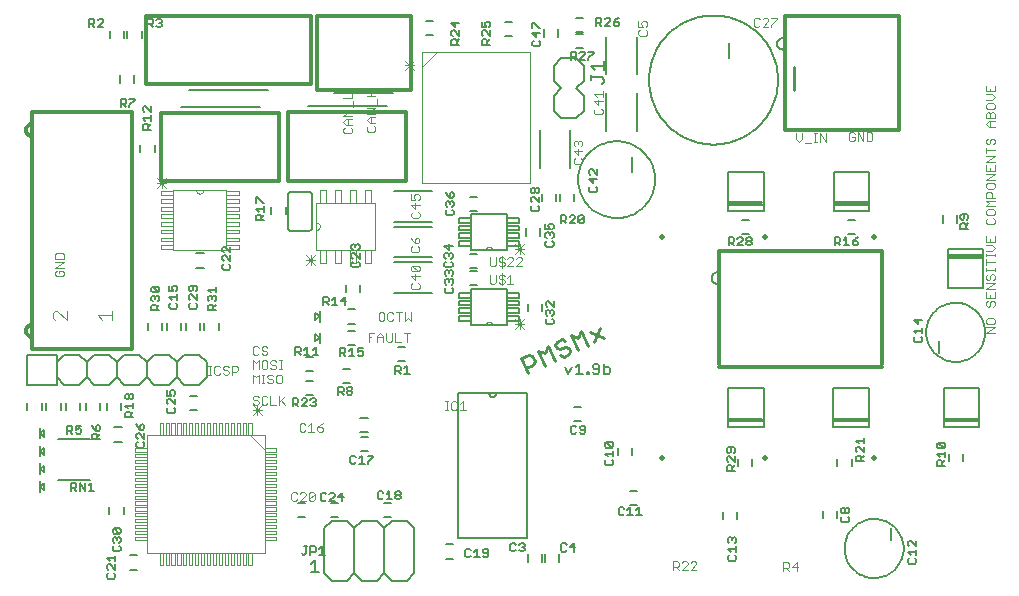
<source format=gto>
G75*
%MOIN*%
%OFA0B0*%
%FSLAX24Y24*%
%IPPOS*%
%LPD*%
%AMOC8*
5,1,8,0,0,1.08239X$1,22.5*
%
%ADD10C,0.0030*%
%ADD11C,0.0100*%
%ADD12C,0.0110*%
%ADD13C,0.0070*%
%ADD14C,0.0060*%
%ADD15C,0.0050*%
%ADD16C,0.0080*%
%ADD17C,0.0000*%
%ADD18C,0.0120*%
%ADD19C,0.0080*%
%ADD20C,0.0040*%
%ADD21C,0.0197*%
%ADD22C,0.0020*%
D10*
X009144Y006341D02*
X009192Y006292D01*
X009289Y006292D01*
X009338Y006341D01*
X009439Y006292D02*
X009632Y006486D01*
X009632Y006534D01*
X009584Y006582D01*
X009487Y006582D01*
X009439Y006534D01*
X009338Y006534D02*
X009289Y006582D01*
X009192Y006582D01*
X009144Y006534D01*
X009144Y006341D01*
X009439Y006292D02*
X009632Y006292D01*
X009733Y006341D02*
X009927Y006534D01*
X009927Y006341D01*
X009878Y006292D01*
X009782Y006292D01*
X009733Y006341D01*
X009733Y006534D01*
X009782Y006582D01*
X009878Y006582D01*
X009927Y006534D01*
X009914Y008593D02*
X009720Y008593D01*
X009817Y008593D02*
X009817Y008884D01*
X009720Y008787D01*
X009619Y008835D02*
X009571Y008884D01*
X009474Y008884D01*
X009426Y008835D01*
X009426Y008642D01*
X009474Y008593D01*
X009571Y008593D01*
X009619Y008642D01*
X010015Y008642D02*
X010015Y008739D01*
X010160Y008739D01*
X010208Y008690D01*
X010208Y008642D01*
X010160Y008593D01*
X010063Y008593D01*
X010015Y008642D01*
X010015Y008739D02*
X010112Y008835D01*
X010208Y008884D01*
X008940Y009502D02*
X008795Y009647D01*
X008746Y009598D02*
X008940Y009792D01*
X008746Y009792D02*
X008746Y009502D01*
X008645Y009502D02*
X008452Y009502D01*
X008452Y009792D01*
X008351Y009744D02*
X008302Y009792D01*
X008206Y009792D01*
X008157Y009744D01*
X008157Y009550D01*
X008206Y009502D01*
X008302Y009502D01*
X008351Y009550D01*
X008169Y009479D02*
X007856Y009166D01*
X007856Y009322D02*
X008169Y009322D01*
X008169Y009166D02*
X007856Y009479D01*
X007911Y009502D02*
X007863Y009550D01*
X007911Y009502D02*
X008008Y009502D01*
X008056Y009550D01*
X008056Y009598D01*
X008008Y009647D01*
X007911Y009647D01*
X007863Y009695D01*
X007863Y009744D01*
X007911Y009792D01*
X008008Y009792D01*
X008056Y009744D01*
X008013Y009479D02*
X008013Y009166D01*
X008056Y010210D02*
X008056Y010501D01*
X007959Y010404D01*
X007863Y010501D01*
X007863Y010210D01*
X008157Y010210D02*
X008254Y010210D01*
X008206Y010210D02*
X008206Y010501D01*
X008254Y010501D02*
X008157Y010501D01*
X008206Y010683D02*
X008302Y010683D01*
X008351Y010731D01*
X008351Y010925D01*
X008302Y010973D01*
X008206Y010973D01*
X008157Y010925D01*
X008157Y010731D01*
X008206Y010683D01*
X008056Y010683D02*
X008056Y010973D01*
X007959Y010876D01*
X007863Y010973D01*
X007863Y010683D01*
X007364Y010646D02*
X007315Y010597D01*
X007170Y010597D01*
X007170Y010501D02*
X007170Y010791D01*
X007315Y010791D01*
X007364Y010742D01*
X007364Y010646D01*
X007069Y010597D02*
X007069Y010549D01*
X007021Y010501D01*
X006924Y010501D01*
X006876Y010549D01*
X006774Y010549D02*
X006726Y010501D01*
X006629Y010501D01*
X006581Y010549D01*
X006581Y010742D01*
X006629Y010791D01*
X006726Y010791D01*
X006774Y010742D01*
X006876Y010742D02*
X006876Y010694D01*
X006924Y010646D01*
X007021Y010646D01*
X007069Y010597D01*
X007069Y010742D02*
X007021Y010791D01*
X006924Y010791D01*
X006876Y010742D01*
X006481Y010791D02*
X006384Y010791D01*
X006433Y010791D02*
X006433Y010501D01*
X006481Y010501D02*
X006384Y010501D01*
X007863Y011204D02*
X007863Y011397D01*
X007911Y011445D01*
X008008Y011445D01*
X008056Y011397D01*
X008157Y011397D02*
X008157Y011349D01*
X008206Y011300D01*
X008302Y011300D01*
X008351Y011252D01*
X008351Y011204D01*
X008302Y011155D01*
X008206Y011155D01*
X008157Y011204D01*
X008056Y011204D02*
X008008Y011155D01*
X007911Y011155D01*
X007863Y011204D01*
X008157Y011397D02*
X008206Y011445D01*
X008302Y011445D01*
X008351Y011397D01*
X008500Y010973D02*
X008452Y010925D01*
X008452Y010876D01*
X008500Y010828D01*
X008597Y010828D01*
X008645Y010780D01*
X008645Y010731D01*
X008597Y010683D01*
X008500Y010683D01*
X008452Y010731D01*
X008499Y010501D02*
X008402Y010501D01*
X008354Y010452D01*
X008354Y010404D01*
X008402Y010355D01*
X008499Y010355D01*
X008547Y010307D01*
X008547Y010259D01*
X008499Y010210D01*
X008402Y010210D01*
X008354Y010259D01*
X008547Y010452D02*
X008499Y010501D01*
X008648Y010452D02*
X008648Y010259D01*
X008697Y010210D01*
X008793Y010210D01*
X008842Y010259D01*
X008842Y010452D01*
X008793Y010501D01*
X008697Y010501D01*
X008648Y010452D01*
X008746Y010683D02*
X008843Y010683D01*
X008795Y010683D02*
X008795Y010973D01*
X008843Y010973D02*
X008746Y010973D01*
X008645Y010925D02*
X008597Y010973D01*
X008500Y010973D01*
X011724Y011603D02*
X011724Y011893D01*
X011917Y011893D01*
X012019Y011796D02*
X012115Y011893D01*
X012212Y011796D01*
X012212Y011603D01*
X012313Y011651D02*
X012313Y011893D01*
X012212Y011748D02*
X012019Y011748D01*
X012019Y011796D02*
X012019Y011603D01*
X011821Y011748D02*
X011724Y011748D01*
X012313Y011651D02*
X012362Y011603D01*
X012458Y011603D01*
X012507Y011651D01*
X012507Y011893D01*
X012608Y011893D02*
X012608Y011603D01*
X012801Y011603D01*
X012999Y011603D02*
X012999Y011893D01*
X012903Y011893D02*
X013096Y011893D01*
X013135Y012292D02*
X013135Y012582D01*
X012942Y012582D02*
X012942Y012292D01*
X013039Y012389D01*
X013135Y012292D01*
X012744Y012292D02*
X012744Y012582D01*
X012647Y012582D02*
X012841Y012582D01*
X012546Y012534D02*
X012498Y012582D01*
X012401Y012582D01*
X012353Y012534D01*
X012353Y012340D01*
X012401Y012292D01*
X012498Y012292D01*
X012546Y012340D01*
X012251Y012340D02*
X012251Y012534D01*
X012203Y012582D01*
X012106Y012582D01*
X012058Y012534D01*
X012058Y012340D01*
X012106Y012292D01*
X012203Y012292D01*
X012251Y012340D01*
X013181Y013350D02*
X013375Y013350D01*
X013423Y013398D01*
X013423Y013495D01*
X013375Y013544D01*
X013278Y013645D02*
X013278Y013838D01*
X013375Y013939D02*
X013181Y014133D01*
X013375Y014133D01*
X013423Y014085D01*
X013423Y013988D01*
X013375Y013939D01*
X013181Y013939D01*
X013133Y013988D01*
X013133Y014085D01*
X013181Y014133D01*
X013133Y013790D02*
X013278Y013645D01*
X013181Y013544D02*
X013133Y013495D01*
X013133Y013398D01*
X013181Y013350D01*
X013133Y013790D02*
X013423Y013790D01*
X013370Y014582D02*
X013176Y014582D01*
X013128Y014630D01*
X013128Y014727D01*
X013176Y014775D01*
X013273Y014876D02*
X013176Y014973D01*
X013128Y015070D01*
X013273Y015021D02*
X013273Y014876D01*
X013370Y014876D01*
X013418Y014925D01*
X013418Y015021D01*
X013370Y015070D01*
X013322Y015070D01*
X013273Y015021D01*
X013370Y014775D02*
X013418Y014727D01*
X013418Y014630D01*
X013370Y014582D01*
X013385Y015722D02*
X013191Y015722D01*
X013143Y015771D01*
X013143Y015867D01*
X013191Y015916D01*
X013288Y016017D02*
X013143Y016162D01*
X013433Y016162D01*
X013288Y016210D02*
X013288Y016017D01*
X013385Y015916D02*
X013433Y015867D01*
X013433Y015771D01*
X013385Y015722D01*
X013385Y016311D02*
X013433Y016360D01*
X013433Y016457D01*
X013385Y016505D01*
X013288Y016505D01*
X013239Y016457D01*
X013239Y016408D01*
X013288Y016311D01*
X013143Y016311D01*
X013143Y016505D01*
X011124Y018540D02*
X011172Y018589D01*
X011172Y018685D01*
X011124Y018734D01*
X011172Y018835D02*
X010979Y018835D01*
X010882Y018932D01*
X010979Y019028D01*
X011172Y019028D01*
X011172Y019130D02*
X010882Y019130D01*
X011172Y019323D01*
X010882Y019323D01*
X011027Y019028D02*
X011027Y018835D01*
X010930Y018734D02*
X010882Y018685D01*
X010882Y018589D01*
X010930Y018540D01*
X011124Y018540D01*
X011661Y018644D02*
X011710Y018595D01*
X011903Y018595D01*
X011952Y018644D01*
X011952Y018740D01*
X011903Y018789D01*
X011952Y018890D02*
X011758Y018890D01*
X011661Y018987D01*
X011758Y019084D01*
X011952Y019084D01*
X011952Y019185D02*
X011661Y019185D01*
X011952Y019378D01*
X011661Y019378D01*
X011807Y019084D02*
X011807Y018890D01*
X011710Y018789D02*
X011661Y018740D01*
X011661Y018644D01*
X011221Y019424D02*
X011221Y019618D01*
X011172Y019719D02*
X010882Y019719D01*
X011172Y019719D02*
X011172Y019912D01*
X011661Y019967D02*
X011952Y019967D01*
X011807Y019967D02*
X011807Y019774D01*
X011952Y019774D02*
X011661Y019774D01*
X012000Y019673D02*
X012000Y019479D01*
X012929Y020655D02*
X013242Y020968D01*
X013242Y020812D02*
X012929Y020812D01*
X012929Y020968D02*
X013242Y020655D01*
X013086Y020655D02*
X013086Y020968D01*
X018561Y018250D02*
X018609Y018298D01*
X018658Y018298D01*
X018706Y018250D01*
X018755Y018298D01*
X018803Y018298D01*
X018851Y018250D01*
X018851Y018153D01*
X018803Y018105D01*
X018706Y018201D02*
X018706Y018250D01*
X018561Y018250D02*
X018561Y018153D01*
X018609Y018105D01*
X018706Y018004D02*
X018706Y017810D01*
X018561Y017955D01*
X018851Y017955D01*
X018803Y017709D02*
X018851Y017660D01*
X018851Y017564D01*
X018803Y017515D01*
X018609Y017515D01*
X018561Y017564D01*
X018561Y017660D01*
X018609Y017709D01*
X019284Y019177D02*
X019477Y019177D01*
X019525Y019225D01*
X019525Y019322D01*
X019477Y019370D01*
X019380Y019472D02*
X019380Y019665D01*
X019332Y019766D02*
X019235Y019863D01*
X019525Y019863D01*
X019525Y019766D02*
X019525Y019960D01*
X019525Y019617D02*
X019235Y019617D01*
X019380Y019472D01*
X019284Y019370D02*
X019235Y019322D01*
X019235Y019225D01*
X019284Y019177D01*
X020765Y021796D02*
X020958Y021796D01*
X021007Y021845D01*
X021007Y021941D01*
X020958Y021990D01*
X020958Y022091D02*
X021007Y022139D01*
X021007Y022236D01*
X020958Y022284D01*
X020862Y022284D01*
X020813Y022236D01*
X020813Y022188D01*
X020862Y022091D01*
X020717Y022091D01*
X020717Y022284D01*
X020765Y021990D02*
X020717Y021941D01*
X020717Y021845D01*
X020765Y021796D01*
X024566Y022144D02*
X024614Y022096D01*
X024711Y022096D01*
X024759Y022144D01*
X024860Y022096D02*
X025054Y022289D01*
X025054Y022338D01*
X025006Y022386D01*
X024909Y022386D01*
X024860Y022338D01*
X024759Y022338D02*
X024711Y022386D01*
X024614Y022386D01*
X024566Y022338D01*
X024566Y022144D01*
X024860Y022096D02*
X025054Y022096D01*
X025155Y022096D02*
X025155Y022144D01*
X025349Y022338D01*
X025349Y022386D01*
X025155Y022386D01*
X025977Y018560D02*
X025977Y018366D01*
X026073Y018269D01*
X026170Y018366D01*
X026170Y018560D01*
X026566Y018560D02*
X026663Y018560D01*
X026614Y018560D02*
X026614Y018269D01*
X026566Y018269D02*
X026663Y018269D01*
X026762Y018269D02*
X026762Y018560D01*
X026956Y018269D01*
X026956Y018560D01*
X026465Y018221D02*
X026271Y018221D01*
X027733Y018330D02*
X027781Y018281D01*
X027878Y018281D01*
X027926Y018330D01*
X027926Y018426D01*
X027829Y018426D01*
X027733Y018330D02*
X027733Y018523D01*
X027781Y018571D01*
X027878Y018571D01*
X027926Y018523D01*
X028027Y018571D02*
X028027Y018281D01*
X028221Y018281D02*
X028221Y018571D01*
X028322Y018571D02*
X028467Y018571D01*
X028515Y018523D01*
X028515Y018330D01*
X028467Y018281D01*
X028322Y018281D01*
X028322Y018571D01*
X028027Y018571D02*
X028221Y018281D01*
X032307Y018317D02*
X032307Y018220D01*
X032356Y018171D01*
X032404Y018171D01*
X032452Y018220D01*
X032452Y018317D01*
X032501Y018365D01*
X032549Y018365D01*
X032597Y018317D01*
X032597Y018220D01*
X032549Y018171D01*
X032597Y017974D02*
X032307Y017974D01*
X032307Y018070D02*
X032307Y017877D01*
X032307Y017776D02*
X032597Y017776D01*
X032307Y017582D01*
X032597Y017582D01*
X032597Y017481D02*
X032597Y017287D01*
X032307Y017287D01*
X032307Y017481D01*
X032452Y017384D02*
X032452Y017287D01*
X032597Y017186D02*
X032307Y017186D01*
X032307Y016993D02*
X032597Y017186D01*
X032597Y016993D02*
X032307Y016993D01*
X032356Y016892D02*
X032307Y016843D01*
X032307Y016747D01*
X032356Y016698D01*
X032549Y016698D01*
X032597Y016747D01*
X032597Y016843D01*
X032549Y016892D01*
X032356Y016892D01*
X032356Y016597D02*
X032452Y016597D01*
X032501Y016549D01*
X032501Y016403D01*
X032597Y016403D02*
X032307Y016403D01*
X032307Y016549D01*
X032356Y016597D01*
X032307Y016302D02*
X032597Y016302D01*
X032597Y016109D02*
X032307Y016109D01*
X032404Y016206D01*
X032307Y016302D01*
X032356Y016008D02*
X032307Y015959D01*
X032307Y015863D01*
X032356Y015814D01*
X032549Y015814D01*
X032597Y015863D01*
X032597Y015959D01*
X032549Y016008D01*
X032356Y016008D01*
X032356Y015713D02*
X032307Y015665D01*
X032307Y015568D01*
X032356Y015520D01*
X032549Y015520D01*
X032597Y015568D01*
X032597Y015665D01*
X032549Y015713D01*
X032597Y015124D02*
X032597Y014930D01*
X032307Y014930D01*
X032307Y015124D01*
X032452Y015027D02*
X032452Y014930D01*
X032501Y014829D02*
X032307Y014829D01*
X032307Y014636D02*
X032501Y014636D01*
X032597Y014732D01*
X032501Y014829D01*
X032597Y014536D02*
X032597Y014439D01*
X032597Y014488D02*
X032307Y014488D01*
X032307Y014536D02*
X032307Y014439D01*
X032307Y014338D02*
X032307Y014145D01*
X032307Y014241D02*
X032597Y014241D01*
X032597Y014045D02*
X032597Y013948D01*
X032597Y013996D02*
X032307Y013996D01*
X032307Y013948D02*
X032307Y014045D01*
X032356Y013847D02*
X032307Y013799D01*
X032307Y013702D01*
X032356Y013653D01*
X032404Y013653D01*
X032452Y013702D01*
X032452Y013799D01*
X032501Y013847D01*
X032549Y013847D01*
X032597Y013799D01*
X032597Y013702D01*
X032549Y013653D01*
X032597Y013552D02*
X032307Y013552D01*
X032307Y013359D02*
X032597Y013552D01*
X032597Y013359D02*
X032307Y013359D01*
X032307Y013258D02*
X032307Y013064D01*
X032597Y013064D01*
X032597Y013258D01*
X032452Y013161D02*
X032452Y013064D01*
X032501Y012963D02*
X032549Y012963D01*
X032597Y012915D01*
X032597Y012818D01*
X032549Y012769D01*
X032452Y012818D02*
X032452Y012915D01*
X032501Y012963D01*
X032356Y012963D02*
X032307Y012915D01*
X032307Y012818D01*
X032356Y012769D01*
X032404Y012769D01*
X032452Y012818D01*
X032356Y012374D02*
X032307Y012325D01*
X032307Y012229D01*
X032356Y012180D01*
X032549Y012180D01*
X032597Y012229D01*
X032597Y012325D01*
X032549Y012374D01*
X032356Y012374D01*
X032307Y012079D02*
X032597Y012079D01*
X032307Y011886D01*
X032597Y011886D01*
X032307Y018317D02*
X032356Y018365D01*
X032404Y018761D02*
X032307Y018857D01*
X032404Y018954D01*
X032597Y018954D01*
X032597Y019055D02*
X032307Y019055D01*
X032307Y019200D01*
X032356Y019249D01*
X032404Y019249D01*
X032452Y019200D01*
X032452Y019055D01*
X032452Y018954D02*
X032452Y018761D01*
X032404Y018761D02*
X032597Y018761D01*
X032597Y019055D02*
X032597Y019200D01*
X032549Y019249D01*
X032501Y019249D01*
X032452Y019200D01*
X032356Y019350D02*
X032549Y019350D01*
X032597Y019398D01*
X032597Y019495D01*
X032549Y019544D01*
X032356Y019544D01*
X032307Y019495D01*
X032307Y019398D01*
X032356Y019350D01*
X032307Y019645D02*
X032501Y019645D01*
X032597Y019741D01*
X032501Y019838D01*
X032307Y019838D01*
X032307Y019939D02*
X032597Y019939D01*
X032597Y020133D01*
X032452Y020036D02*
X032452Y019939D01*
X032307Y019939D02*
X032307Y020133D01*
X016916Y014841D02*
X016603Y014527D01*
X016916Y014841D01*
X016759Y014841D02*
X016759Y014527D01*
X016759Y014841D01*
X016603Y014841D02*
X016916Y014527D01*
X016603Y014841D01*
X016603Y014684D02*
X016916Y014684D01*
X016603Y014684D01*
X016603Y012341D02*
X016916Y012027D01*
X016603Y012341D01*
X016759Y012341D02*
X016759Y012027D01*
X016759Y012341D01*
X016916Y012341D02*
X016603Y012027D01*
X016916Y012341D01*
X016916Y012184D02*
X016603Y012184D01*
X016916Y012184D01*
X014868Y009609D02*
X014868Y009319D01*
X014964Y009319D02*
X014771Y009319D01*
X014670Y009367D02*
X014621Y009319D01*
X014525Y009319D01*
X014476Y009367D01*
X014476Y009560D01*
X014525Y009609D01*
X014621Y009609D01*
X014670Y009560D01*
X014771Y009512D02*
X014868Y009609D01*
X014377Y009609D02*
X014280Y009609D01*
X014328Y009609D02*
X014328Y009319D01*
X014280Y009319D02*
X014377Y009319D01*
X009952Y014160D02*
X009639Y014474D01*
X009795Y014474D02*
X009795Y014160D01*
X009639Y014160D02*
X009952Y014474D01*
X009952Y014317D02*
X009639Y014317D01*
X004982Y016732D02*
X004669Y017045D01*
X004825Y017045D02*
X004825Y016732D01*
X004669Y016732D02*
X004982Y017045D01*
X004982Y016888D02*
X004669Y016888D01*
X001566Y014510D02*
X001518Y014558D01*
X001324Y014558D01*
X001276Y014510D01*
X001276Y014365D01*
X001566Y014365D01*
X001566Y014510D01*
X001566Y014263D02*
X001276Y014263D01*
X001276Y014070D02*
X001566Y014263D01*
X001566Y014070D02*
X001276Y014070D01*
X001324Y013969D02*
X001276Y013920D01*
X001276Y013824D01*
X001324Y013775D01*
X001518Y013775D01*
X001566Y013824D01*
X001566Y013920D01*
X001518Y013969D01*
X001421Y013969D01*
X001421Y013872D01*
X021871Y004282D02*
X021871Y003992D01*
X021871Y004089D02*
X022016Y004089D01*
X022065Y004137D01*
X022065Y004234D01*
X022016Y004282D01*
X021871Y004282D01*
X021968Y004089D02*
X022065Y003992D01*
X022166Y003992D02*
X022359Y004185D01*
X022359Y004234D01*
X022311Y004282D01*
X022214Y004282D01*
X022166Y004234D01*
X022166Y003992D02*
X022359Y003992D01*
X022461Y003992D02*
X022654Y004185D01*
X022654Y004234D01*
X022606Y004282D01*
X022509Y004282D01*
X022461Y004234D01*
X022461Y003992D02*
X022654Y003992D01*
X025552Y003952D02*
X025552Y004243D01*
X025697Y004243D01*
X025746Y004194D01*
X025746Y004098D01*
X025697Y004049D01*
X025552Y004049D01*
X025649Y004049D02*
X025746Y003952D01*
X025847Y004098D02*
X025992Y004243D01*
X025992Y003952D01*
X026041Y004098D02*
X025847Y004098D01*
D11*
X025918Y019979D02*
X025918Y020766D01*
D12*
X019428Y012059D02*
X019250Y011571D01*
X019032Y011470D02*
X018800Y011969D01*
X018711Y011725D01*
X018467Y011813D01*
X018700Y011315D01*
X018443Y011296D02*
X018398Y011174D01*
X018232Y011096D01*
X018110Y011141D01*
X018116Y011346D02*
X018282Y011423D01*
X018404Y011379D01*
X018443Y011296D01*
X018116Y011346D02*
X017994Y011390D01*
X017955Y011473D01*
X017999Y011595D01*
X018166Y011673D01*
X018288Y011629D01*
X017698Y011455D02*
X017609Y011211D01*
X017365Y011300D01*
X017598Y010801D01*
X017264Y010949D02*
X017186Y011115D01*
X017064Y011159D01*
X016815Y011043D01*
X017047Y010544D01*
X016970Y010710D02*
X017219Y010827D01*
X017264Y010949D01*
X017698Y011455D02*
X017931Y010956D01*
X019095Y011904D02*
X019583Y011726D01*
D13*
X019565Y010856D02*
X019565Y010526D01*
X019730Y010526D01*
X019786Y010581D01*
X019786Y010691D01*
X019730Y010746D01*
X019565Y010746D01*
X019417Y010801D02*
X019362Y010856D01*
X019252Y010856D01*
X019197Y010801D01*
X019197Y010746D01*
X019252Y010691D01*
X019417Y010691D01*
X019417Y010581D02*
X019417Y010801D01*
X019417Y010581D02*
X019362Y010526D01*
X019252Y010526D01*
X019197Y010581D01*
X019068Y010581D02*
X019068Y010526D01*
X019013Y010526D01*
X019013Y010581D01*
X019068Y010581D01*
X018865Y010526D02*
X018645Y010526D01*
X018755Y010526D02*
X018755Y010856D01*
X018645Y010746D01*
X018496Y010746D02*
X018386Y010526D01*
X018276Y010746D01*
D14*
X018556Y009428D02*
X018792Y009428D01*
X018792Y008955D02*
X018556Y008955D01*
X020033Y008069D02*
X020033Y007833D01*
X020505Y007833D02*
X020505Y008069D01*
X020434Y006632D02*
X020670Y006632D01*
X020670Y006160D02*
X020434Y006160D01*
X018064Y004506D02*
X018064Y004270D01*
X017592Y004270D02*
X017592Y004506D01*
X017513Y004506D02*
X017513Y004270D01*
X017040Y004270D02*
X017040Y004506D01*
X014544Y004369D02*
X014308Y004369D01*
X014308Y004841D02*
X014544Y004841D01*
X013255Y005374D02*
X013255Y003874D01*
X013005Y003624D01*
X012505Y003624D01*
X012255Y003874D01*
X012255Y005374D01*
X012505Y005624D01*
X013005Y005624D01*
X013255Y005374D01*
X012462Y005754D02*
X012225Y005754D01*
X012005Y005624D02*
X012255Y005374D01*
X012005Y005624D02*
X011505Y005624D01*
X011255Y005374D01*
X011255Y003874D01*
X011505Y003624D01*
X012005Y003624D01*
X012255Y003874D01*
X011255Y003874D02*
X011005Y003624D01*
X010505Y003624D01*
X010255Y003874D01*
X010255Y005374D01*
X010505Y005624D01*
X011005Y005624D01*
X011255Y005374D01*
X010718Y005747D02*
X010481Y005747D01*
X010481Y006219D02*
X010718Y006219D01*
X009613Y006213D02*
X009377Y006213D01*
X009377Y005741D02*
X009613Y005741D01*
X012225Y006227D02*
X012462Y006227D01*
X011702Y007939D02*
X011466Y007939D01*
X011466Y008412D02*
X011702Y008412D01*
X011690Y008577D02*
X011454Y008577D01*
X011454Y009050D02*
X011690Y009050D01*
X011096Y010215D02*
X010859Y010215D01*
X010859Y010687D02*
X011096Y010687D01*
X011046Y011495D02*
X011283Y011495D01*
X011283Y011967D02*
X011046Y011967D01*
X011046Y012203D02*
X011283Y012203D01*
X011283Y012676D02*
X011046Y012676D01*
X010981Y013258D02*
X010981Y013495D01*
X011454Y013495D02*
X011454Y013258D01*
X012714Y011418D02*
X012950Y011418D01*
X012950Y010945D02*
X012714Y010945D01*
X014741Y012294D02*
X015131Y012294D01*
X015131Y012454D01*
X014741Y012454D01*
X014741Y012294D01*
X014741Y012544D02*
X015131Y012544D01*
X015131Y012704D01*
X015131Y012804D01*
X014741Y012804D01*
X014741Y012964D01*
X015131Y012964D01*
X015131Y012804D01*
X015131Y012704D02*
X014741Y012704D01*
X014741Y012544D01*
X015131Y012544D02*
X015131Y012454D01*
X015131Y012294D02*
X015131Y012144D01*
X015621Y012144D01*
X015861Y012144D01*
X016351Y012144D01*
X016351Y012294D01*
X016741Y012294D01*
X016741Y012454D01*
X016351Y012454D01*
X016351Y012294D01*
X016351Y012454D02*
X016351Y012544D01*
X016741Y012544D01*
X016741Y012704D01*
X016351Y012704D01*
X016351Y012804D01*
X016741Y012804D01*
X016741Y012964D01*
X016351Y012964D01*
X016351Y012804D01*
X016351Y012704D02*
X016351Y012544D01*
X016351Y012964D02*
X016351Y013054D01*
X016741Y013054D01*
X016731Y013214D01*
X016351Y013214D01*
X016351Y013054D01*
X016351Y013214D02*
X016351Y013364D01*
X015131Y013364D01*
X015131Y013214D01*
X014741Y013214D01*
X014741Y013054D01*
X015131Y013054D01*
X015131Y013214D01*
X015131Y013054D02*
X015131Y012964D01*
X015111Y013483D02*
X015348Y013483D01*
X015348Y013955D02*
X015111Y013955D01*
X015111Y014054D02*
X015348Y014054D01*
X015348Y014526D02*
X015111Y014526D01*
X015131Y014644D02*
X015621Y014644D01*
X015861Y014644D01*
X016351Y014644D01*
X016351Y014794D01*
X016741Y014794D01*
X016741Y014954D01*
X016351Y014954D01*
X016351Y014794D01*
X016351Y014954D02*
X016351Y015044D01*
X016741Y015044D01*
X016741Y015204D01*
X016351Y015204D01*
X016351Y015304D01*
X016741Y015304D01*
X016741Y015464D01*
X016351Y015464D01*
X016351Y015304D01*
X016351Y015204D02*
X016351Y015044D01*
X016351Y015464D02*
X016351Y015554D01*
X016741Y015554D01*
X016731Y015714D01*
X016351Y015714D01*
X016351Y015554D01*
X016351Y015714D02*
X016351Y015864D01*
X015131Y015864D01*
X015131Y015714D01*
X014741Y015714D01*
X014741Y015554D01*
X015131Y015554D01*
X015131Y015714D01*
X015131Y015554D02*
X015131Y015464D01*
X014741Y015464D01*
X014741Y015304D01*
X015131Y015304D01*
X015131Y015204D01*
X014741Y015204D01*
X014741Y015044D01*
X015131Y015044D01*
X015131Y015204D01*
X015131Y015304D02*
X015131Y015464D01*
X015131Y015044D02*
X015131Y014954D01*
X014741Y014954D01*
X014741Y014794D01*
X015131Y014794D01*
X015131Y014954D01*
X015131Y014794D02*
X015131Y014644D01*
X015111Y015943D02*
X015348Y015943D01*
X015348Y016416D02*
X015111Y016416D01*
X016981Y015373D02*
X016981Y015136D01*
X017454Y015136D02*
X017454Y015373D01*
X017515Y016298D02*
X017515Y016534D01*
X017987Y016534D02*
X017987Y016298D01*
X018105Y016298D02*
X018105Y016534D01*
X018578Y016534D02*
X018578Y016298D01*
X017513Y012853D02*
X017513Y012617D01*
X017040Y012617D02*
X017040Y012853D01*
X009875Y011081D02*
X009639Y011081D01*
X009639Y010609D02*
X009875Y010609D01*
X009875Y010294D02*
X009639Y010294D01*
X009639Y009821D02*
X009875Y009821D01*
X006725Y011987D02*
X006725Y012223D01*
X006253Y012223D02*
X006253Y011987D01*
X006096Y011987D02*
X006096Y012223D01*
X005623Y012223D02*
X005623Y011987D01*
X005466Y011987D02*
X005466Y012223D01*
X004993Y012223D02*
X004993Y011987D01*
X004836Y011987D02*
X004836Y012223D01*
X004363Y012223D02*
X004363Y011987D01*
X005985Y014069D02*
X006222Y014069D01*
X006222Y014542D02*
X005985Y014542D01*
X008487Y015859D02*
X008487Y016095D01*
X008960Y016095D02*
X008960Y015859D01*
X009036Y015399D02*
X009036Y016499D01*
X009038Y016516D01*
X009042Y016533D01*
X009049Y016549D01*
X009059Y016563D01*
X009072Y016576D01*
X009086Y016586D01*
X009102Y016593D01*
X009119Y016597D01*
X009136Y016599D01*
X009736Y016599D01*
X009753Y016597D01*
X009770Y016593D01*
X009786Y016586D01*
X009800Y016576D01*
X009813Y016563D01*
X009823Y016549D01*
X009830Y016533D01*
X009834Y016516D01*
X009836Y016499D01*
X009836Y015399D01*
X009834Y015382D01*
X009830Y015365D01*
X009823Y015349D01*
X009813Y015335D01*
X009800Y015322D01*
X009786Y015312D01*
X009770Y015305D01*
X009753Y015301D01*
X009736Y015299D01*
X009136Y015299D01*
X009119Y015301D01*
X009102Y015305D01*
X009086Y015312D01*
X009072Y015322D01*
X009059Y015335D01*
X009049Y015349D01*
X009042Y015365D01*
X009038Y015382D01*
X009036Y015399D01*
X004590Y017912D02*
X004590Y018148D01*
X004117Y018148D02*
X004117Y017912D01*
X003920Y020235D02*
X003920Y020471D01*
X003448Y020471D02*
X003448Y020235D01*
X003586Y021731D02*
X003586Y021967D01*
X003684Y021967D02*
X003684Y021731D01*
X004157Y021731D02*
X004157Y021967D01*
X003113Y021967D02*
X003113Y021731D01*
X013645Y021810D02*
X013881Y021810D01*
X013881Y022282D02*
X013645Y022282D01*
X016263Y022262D02*
X016499Y022262D01*
X016499Y021790D02*
X016263Y021790D01*
X017562Y021770D02*
X017562Y022006D01*
X018035Y022006D02*
X018035Y021770D01*
X018625Y021849D02*
X018861Y021849D01*
X018861Y021928D02*
X018625Y021928D01*
X018625Y022400D02*
X018861Y022400D01*
X018861Y021376D02*
X018625Y021376D01*
X024166Y015668D02*
X024403Y015668D01*
X024403Y015195D02*
X024166Y015195D01*
X027710Y015195D02*
X027946Y015195D01*
X027946Y015668D02*
X027710Y015668D01*
X030859Y015569D02*
X030859Y015806D01*
X031332Y015806D02*
X031332Y015569D01*
X031529Y007853D02*
X031529Y007617D01*
X031056Y007617D02*
X031056Y007853D01*
X027828Y007695D02*
X027828Y007459D01*
X027355Y007459D02*
X027355Y007695D01*
X027355Y005963D02*
X027355Y005727D01*
X026883Y005727D02*
X026883Y005963D01*
X024521Y007459D02*
X024521Y007695D01*
X024048Y007695D02*
X024048Y007459D01*
X024009Y005924D02*
X024009Y005687D01*
X023536Y005687D02*
X023536Y005924D01*
X006019Y009315D02*
X005783Y009315D01*
X005783Y009788D02*
X006019Y009788D01*
X003479Y009565D02*
X003479Y009329D01*
X003007Y009329D02*
X003007Y009565D01*
X002786Y009565D02*
X002786Y009329D01*
X002314Y009329D02*
X002314Y009565D01*
X002119Y009565D02*
X002119Y009329D01*
X001647Y009329D02*
X001647Y009565D01*
X001460Y009565D02*
X001460Y009329D01*
X000987Y009329D02*
X000987Y009565D01*
X000828Y009565D02*
X000828Y009329D01*
X000355Y009329D02*
X000355Y009565D01*
X003253Y008739D02*
X003489Y008739D01*
X003489Y008266D02*
X003253Y008266D01*
X003084Y006081D02*
X003084Y005845D01*
X003556Y005845D02*
X003556Y006081D01*
X003785Y004473D02*
X004021Y004473D01*
X004021Y004000D02*
X003785Y004000D01*
D15*
X003232Y003699D02*
X003051Y003699D01*
X003006Y003744D01*
X003006Y003835D01*
X003051Y003880D01*
X003051Y003994D02*
X003006Y004039D01*
X003006Y004129D01*
X003051Y004174D01*
X003096Y004174D01*
X003277Y003994D01*
X003277Y004174D01*
X003277Y004289D02*
X003277Y004469D01*
X003277Y004379D02*
X003006Y004379D01*
X003096Y004289D01*
X003237Y004605D02*
X003417Y004605D01*
X003462Y004650D01*
X003462Y004741D01*
X003417Y004786D01*
X003417Y004900D02*
X003462Y004945D01*
X003462Y005035D01*
X003417Y005080D01*
X003372Y005080D01*
X003327Y005035D01*
X003327Y004990D01*
X003327Y005035D02*
X003282Y005080D01*
X003237Y005080D01*
X003192Y005035D01*
X003192Y004945D01*
X003237Y004900D01*
X003237Y004786D02*
X003192Y004741D01*
X003192Y004650D01*
X003237Y004605D01*
X003237Y005195D02*
X003192Y005240D01*
X003192Y005330D01*
X003237Y005375D01*
X003417Y005195D01*
X003462Y005240D01*
X003462Y005330D01*
X003417Y005375D01*
X003237Y005375D01*
X003237Y005195D02*
X003417Y005195D01*
X003232Y003880D02*
X003277Y003835D01*
X003277Y003744D01*
X003232Y003699D01*
X002572Y006625D02*
X002392Y006625D01*
X002482Y006625D02*
X002482Y006896D01*
X002392Y006806D01*
X002277Y006896D02*
X002277Y006625D01*
X002097Y006896D01*
X002097Y006625D01*
X001983Y006625D02*
X001893Y006716D01*
X001938Y006716D02*
X001802Y006716D01*
X001802Y006625D02*
X001802Y006896D01*
X001938Y006896D01*
X001983Y006851D01*
X001983Y006761D01*
X001938Y006716D01*
X002434Y006997D02*
X001371Y006997D01*
X000918Y006878D02*
X000760Y006770D01*
X000760Y006948D01*
X000918Y006878D02*
X000918Y006652D01*
X000760Y006770D01*
X000760Y006603D01*
X000760Y007193D02*
X000760Y007361D01*
X000760Y007538D01*
X000918Y007469D02*
X000760Y007361D01*
X000918Y007243D01*
X000918Y007469D01*
X000760Y007784D02*
X000760Y007951D01*
X000760Y008129D01*
X000918Y008059D02*
X000760Y007951D01*
X000918Y007833D01*
X000918Y008059D01*
X000760Y008374D02*
X000760Y008542D01*
X000760Y008719D01*
X000918Y008650D02*
X000760Y008542D01*
X000918Y008424D01*
X000918Y008650D01*
X001371Y008351D02*
X002434Y008351D01*
X002499Y008338D02*
X002499Y008473D01*
X002544Y008518D01*
X002634Y008518D01*
X002679Y008473D01*
X002679Y008338D01*
X002679Y008428D02*
X002769Y008518D01*
X002724Y008632D02*
X002769Y008677D01*
X002769Y008767D01*
X002724Y008812D01*
X002679Y008812D01*
X002634Y008767D01*
X002634Y008632D01*
X002724Y008632D01*
X002634Y008632D02*
X002544Y008722D01*
X002499Y008812D01*
X002146Y008798D02*
X001966Y008798D01*
X001966Y008663D01*
X002056Y008708D01*
X002101Y008708D01*
X002146Y008663D01*
X002146Y008573D01*
X002101Y008528D01*
X002011Y008528D01*
X001966Y008573D01*
X001851Y008528D02*
X001761Y008618D01*
X001806Y008618D02*
X001671Y008618D01*
X001671Y008528D02*
X001671Y008798D01*
X001806Y008798D01*
X001851Y008753D01*
X001851Y008663D01*
X001806Y008618D01*
X002499Y008338D02*
X002769Y008338D01*
X003615Y009082D02*
X003615Y009217D01*
X003660Y009262D01*
X003750Y009262D01*
X003795Y009217D01*
X003795Y009082D01*
X003795Y009172D02*
X003885Y009262D01*
X003885Y009376D02*
X003885Y009557D01*
X003885Y009466D02*
X003615Y009466D01*
X003705Y009376D01*
X003615Y009082D02*
X003885Y009082D01*
X003977Y008839D02*
X004022Y008749D01*
X004112Y008659D01*
X004112Y008794D01*
X004157Y008839D01*
X004202Y008839D01*
X004247Y008794D01*
X004247Y008704D01*
X004202Y008659D01*
X004112Y008659D01*
X004067Y008544D02*
X004022Y008544D01*
X003977Y008499D01*
X003977Y008409D01*
X004022Y008364D01*
X004022Y008250D02*
X003977Y008205D01*
X003977Y008115D01*
X004022Y008069D01*
X004202Y008069D01*
X004247Y008115D01*
X004247Y008205D01*
X004202Y008250D01*
X004247Y008364D02*
X004067Y008544D01*
X004247Y008544D02*
X004247Y008364D01*
X005054Y009210D02*
X005234Y009210D01*
X005279Y009255D01*
X005279Y009345D01*
X005234Y009390D01*
X005279Y009504D02*
X005099Y009685D01*
X005054Y009685D01*
X005009Y009639D01*
X005009Y009549D01*
X005054Y009504D01*
X005054Y009390D02*
X005009Y009345D01*
X005009Y009255D01*
X005054Y009210D01*
X005279Y009504D02*
X005279Y009685D01*
X005234Y009799D02*
X005279Y009844D01*
X005279Y009934D01*
X005234Y009979D01*
X005144Y009979D01*
X005099Y009934D01*
X005099Y009889D01*
X005144Y009799D01*
X005009Y009799D01*
X005009Y009979D01*
X003885Y009806D02*
X003885Y009716D01*
X003840Y009671D01*
X003795Y009671D01*
X003750Y009716D01*
X003750Y009806D01*
X003795Y009851D01*
X003840Y009851D01*
X003885Y009806D01*
X003750Y009806D02*
X003705Y009851D01*
X003660Y009851D01*
X003615Y009806D01*
X003615Y009716D01*
X003660Y009671D01*
X003705Y009671D01*
X003750Y009716D01*
X004477Y012648D02*
X004477Y012783D01*
X004522Y012828D01*
X004612Y012828D01*
X004657Y012783D01*
X004657Y012648D01*
X004747Y012648D02*
X004477Y012648D01*
X004657Y012738D02*
X004747Y012828D01*
X004702Y012943D02*
X004747Y012988D01*
X004747Y013078D01*
X004702Y013123D01*
X004657Y013123D01*
X004612Y013078D01*
X004612Y013033D01*
X004612Y013078D02*
X004567Y013123D01*
X004522Y013123D01*
X004477Y013078D01*
X004477Y012988D01*
X004522Y012943D01*
X004522Y013238D02*
X004477Y013283D01*
X004477Y013373D01*
X004522Y013418D01*
X004702Y013238D01*
X004747Y013283D01*
X004747Y013373D01*
X004702Y013418D01*
X004522Y013418D01*
X004522Y013238D02*
X004702Y013238D01*
X005082Y013285D02*
X005217Y013285D01*
X005172Y013375D01*
X005172Y013420D01*
X005217Y013465D01*
X005307Y013465D01*
X005352Y013420D01*
X005352Y013330D01*
X005307Y013285D01*
X005352Y013171D02*
X005352Y012991D01*
X005352Y013081D02*
X005082Y013081D01*
X005172Y012991D01*
X005127Y012876D02*
X005082Y012831D01*
X005082Y012741D01*
X005127Y012696D01*
X005307Y012696D01*
X005352Y012741D01*
X005352Y012831D01*
X005307Y012876D01*
X005731Y012831D02*
X005731Y012741D01*
X005776Y012696D01*
X005956Y012696D01*
X006001Y012741D01*
X006001Y012831D01*
X005956Y012876D01*
X006001Y012991D02*
X005821Y013171D01*
X005776Y013171D01*
X005731Y013126D01*
X005731Y013036D01*
X005776Y012991D01*
X005776Y012876D02*
X005731Y012831D01*
X006001Y012991D02*
X006001Y013171D01*
X005956Y013285D02*
X006001Y013330D01*
X006001Y013420D01*
X005956Y013465D01*
X005776Y013465D01*
X005731Y013420D01*
X005731Y013330D01*
X005776Y013285D01*
X005821Y013285D01*
X005866Y013330D01*
X005866Y013465D01*
X006367Y013328D02*
X006457Y013238D01*
X006457Y013123D02*
X006502Y013078D01*
X006547Y013123D01*
X006592Y013123D01*
X006637Y013078D01*
X006637Y012988D01*
X006592Y012943D01*
X006637Y012828D02*
X006547Y012738D01*
X006547Y012783D02*
X006547Y012648D01*
X006637Y012648D02*
X006367Y012648D01*
X006367Y012783D01*
X006412Y012828D01*
X006502Y012828D01*
X006547Y012783D01*
X006412Y012943D02*
X006367Y012988D01*
X006367Y013078D01*
X006412Y013123D01*
X006457Y013123D01*
X006502Y013078D02*
X006502Y013033D01*
X006637Y013238D02*
X006637Y013418D01*
X006637Y013328D02*
X006367Y013328D01*
X006892Y013999D02*
X007072Y013999D01*
X007117Y014044D01*
X007117Y014134D01*
X007072Y014179D01*
X007117Y014293D02*
X006937Y014473D01*
X006892Y014473D01*
X006847Y014428D01*
X006847Y014338D01*
X006892Y014293D01*
X006892Y014179D02*
X006847Y014134D01*
X006847Y014044D01*
X006892Y013999D01*
X007117Y014293D02*
X007117Y014473D01*
X007117Y014588D02*
X006937Y014768D01*
X006892Y014768D01*
X006847Y014723D01*
X006847Y014633D01*
X006892Y014588D01*
X007117Y014588D02*
X007117Y014768D01*
X007975Y015642D02*
X007975Y015777D01*
X008020Y015822D01*
X008110Y015822D01*
X008155Y015777D01*
X008155Y015642D01*
X008245Y015642D02*
X007975Y015642D01*
X008155Y015732D02*
X008245Y015822D01*
X008245Y015937D02*
X008245Y016117D01*
X008245Y016027D02*
X007975Y016027D01*
X008065Y015937D01*
X007975Y016232D02*
X007975Y016412D01*
X008020Y016412D01*
X008200Y016232D01*
X008245Y016232D01*
X011152Y014798D02*
X011198Y014843D01*
X011243Y014843D01*
X011288Y014798D01*
X011333Y014843D01*
X011378Y014843D01*
X011423Y014798D01*
X011423Y014708D01*
X011378Y014663D01*
X011423Y014549D02*
X011423Y014369D01*
X011243Y014549D01*
X011198Y014549D01*
X011152Y014504D01*
X011152Y014414D01*
X011198Y014369D01*
X011198Y014254D02*
X011152Y014209D01*
X011152Y014119D01*
X011198Y014074D01*
X011378Y014074D01*
X011423Y014119D01*
X011423Y014209D01*
X011378Y014254D01*
X011198Y014663D02*
X011152Y014708D01*
X011152Y014798D01*
X011288Y014798D02*
X011288Y014753D01*
X010935Y013089D02*
X010800Y012954D01*
X010980Y012954D01*
X010935Y012819D02*
X010935Y013089D01*
X010595Y013089D02*
X010595Y012819D01*
X010505Y012819D02*
X010685Y012819D01*
X010505Y012999D02*
X010595Y013089D01*
X010390Y013044D02*
X010390Y012954D01*
X010345Y012909D01*
X010210Y012909D01*
X010210Y012819D02*
X010210Y013089D01*
X010345Y013089D01*
X010390Y013044D01*
X010300Y012909D02*
X010390Y012819D01*
X010103Y012607D02*
X010103Y012439D01*
X010103Y012262D01*
X009945Y012331D02*
X010103Y012439D01*
X009945Y012558D01*
X009945Y012331D01*
X010103Y011898D02*
X010103Y011731D01*
X010103Y011553D01*
X009945Y011623D02*
X010103Y011731D01*
X009945Y011849D01*
X009945Y011623D01*
X009956Y011420D02*
X009866Y011330D01*
X009956Y011420D02*
X009956Y011150D01*
X009866Y011150D02*
X010046Y011150D01*
X009752Y011150D02*
X009571Y011150D01*
X009661Y011150D02*
X009661Y011420D01*
X009571Y011330D01*
X009457Y011285D02*
X009412Y011240D01*
X009277Y011240D01*
X009367Y011240D02*
X009457Y011150D01*
X009457Y011285D02*
X009457Y011375D01*
X009412Y011420D01*
X009277Y011420D01*
X009277Y011150D01*
X010771Y011116D02*
X010771Y011386D01*
X010906Y011386D01*
X010951Y011341D01*
X010951Y011251D01*
X010906Y011206D01*
X010771Y011206D01*
X010861Y011206D02*
X010951Y011116D01*
X011066Y011116D02*
X011246Y011116D01*
X011156Y011116D02*
X011156Y011386D01*
X011066Y011296D01*
X011361Y011251D02*
X011451Y011296D01*
X011496Y011296D01*
X011541Y011251D01*
X011541Y011161D01*
X011496Y011116D01*
X011406Y011116D01*
X011361Y011161D01*
X011361Y011251D02*
X011361Y011386D01*
X011541Y011386D01*
X012616Y010798D02*
X012616Y010528D01*
X012616Y010618D02*
X012751Y010618D01*
X012796Y010663D01*
X012796Y010753D01*
X012751Y010798D01*
X012616Y010798D01*
X012706Y010618D02*
X012796Y010528D01*
X012910Y010528D02*
X013091Y010528D01*
X013001Y010528D02*
X013001Y010798D01*
X012910Y010708D01*
X011188Y010056D02*
X011188Y010011D01*
X011143Y009966D01*
X011053Y009966D01*
X011008Y010011D01*
X011008Y010056D01*
X011053Y010101D01*
X011143Y010101D01*
X011188Y010056D01*
X011143Y009966D02*
X011188Y009921D01*
X011188Y009876D01*
X011143Y009831D01*
X011053Y009831D01*
X011008Y009876D01*
X011008Y009921D01*
X011053Y009966D01*
X010893Y009966D02*
X010848Y009921D01*
X010713Y009921D01*
X010713Y009831D02*
X010713Y010101D01*
X010848Y010101D01*
X010893Y010056D01*
X010893Y009966D01*
X010803Y009921D02*
X010893Y009831D01*
X009967Y009663D02*
X009967Y009618D01*
X009922Y009573D01*
X009967Y009528D01*
X009967Y009483D01*
X009922Y009438D01*
X009832Y009438D01*
X009787Y009483D01*
X009673Y009438D02*
X009493Y009438D01*
X009673Y009618D01*
X009673Y009663D01*
X009628Y009708D01*
X009538Y009708D01*
X009493Y009663D01*
X009378Y009663D02*
X009378Y009573D01*
X009333Y009528D01*
X009198Y009528D01*
X009288Y009528D02*
X009378Y009438D01*
X009198Y009438D02*
X009198Y009708D01*
X009333Y009708D01*
X009378Y009663D01*
X009787Y009663D02*
X009832Y009708D01*
X009922Y009708D01*
X009967Y009663D01*
X009922Y009573D02*
X009877Y009573D01*
X011160Y007798D02*
X011115Y007753D01*
X011115Y007573D01*
X011160Y007528D01*
X011250Y007528D01*
X011295Y007573D01*
X011410Y007528D02*
X011590Y007528D01*
X011500Y007528D02*
X011500Y007798D01*
X011410Y007708D01*
X011295Y007753D02*
X011250Y007798D01*
X011160Y007798D01*
X011705Y007798D02*
X011885Y007798D01*
X011885Y007753D01*
X011705Y007573D01*
X011705Y007528D01*
X012074Y006611D02*
X012029Y006566D01*
X012029Y006386D01*
X012074Y006341D01*
X012164Y006341D01*
X012209Y006386D01*
X012324Y006341D02*
X012504Y006341D01*
X012414Y006341D02*
X012414Y006611D01*
X012324Y006521D01*
X012209Y006566D02*
X012164Y006611D01*
X012074Y006611D01*
X012619Y006566D02*
X012619Y006521D01*
X012664Y006476D01*
X012754Y006476D01*
X012799Y006431D01*
X012799Y006386D01*
X012754Y006341D01*
X012664Y006341D01*
X012619Y006386D01*
X012619Y006431D01*
X012664Y006476D01*
X012754Y006476D02*
X012799Y006521D01*
X012799Y006566D01*
X012754Y006611D01*
X012664Y006611D01*
X012619Y006566D01*
X010893Y006415D02*
X010713Y006415D01*
X010848Y006550D01*
X010848Y006280D01*
X010598Y006280D02*
X010418Y006280D01*
X010598Y006460D01*
X010598Y006505D01*
X010553Y006550D01*
X010463Y006550D01*
X010418Y006505D01*
X010303Y006505D02*
X010258Y006550D01*
X010168Y006550D01*
X010123Y006505D01*
X010123Y006325D01*
X010168Y006280D01*
X010258Y006280D01*
X010303Y006325D01*
X010172Y004772D02*
X010172Y004502D01*
X010082Y004502D02*
X010262Y004502D01*
X010082Y004682D02*
X010172Y004772D01*
X009967Y004727D02*
X009967Y004637D01*
X009922Y004592D01*
X009787Y004592D01*
X009787Y004502D02*
X009787Y004772D01*
X009922Y004772D01*
X009967Y004727D01*
X009673Y004772D02*
X009583Y004772D01*
X009628Y004772D02*
X009628Y004547D01*
X009583Y004502D01*
X009538Y004502D01*
X009493Y004547D01*
X014950Y004463D02*
X014995Y004418D01*
X015085Y004418D01*
X015130Y004463D01*
X015245Y004418D02*
X015425Y004418D01*
X015335Y004418D02*
X015335Y004688D01*
X015245Y004598D01*
X015130Y004643D02*
X015085Y004688D01*
X014995Y004688D01*
X014950Y004643D01*
X014950Y004463D01*
X015539Y004463D02*
X015584Y004418D01*
X015674Y004418D01*
X015719Y004463D01*
X015719Y004643D01*
X015674Y004688D01*
X015584Y004688D01*
X015539Y004643D01*
X015539Y004598D01*
X015584Y004553D01*
X015719Y004553D01*
X016450Y004657D02*
X016450Y004837D01*
X016496Y004883D01*
X016586Y004883D01*
X016631Y004837D01*
X016745Y004837D02*
X016790Y004883D01*
X016880Y004883D01*
X016925Y004837D01*
X016925Y004792D01*
X016880Y004747D01*
X016925Y004702D01*
X016925Y004657D01*
X016880Y004612D01*
X016790Y004612D01*
X016745Y004657D01*
X016631Y004657D02*
X016586Y004612D01*
X016496Y004612D01*
X016450Y004657D01*
X016835Y004747D02*
X016880Y004747D01*
X018142Y004828D02*
X018142Y004648D01*
X018187Y004603D01*
X018277Y004603D01*
X018322Y004648D01*
X018437Y004738D02*
X018617Y004738D01*
X018572Y004603D02*
X018572Y004873D01*
X018437Y004738D01*
X018322Y004828D02*
X018277Y004873D01*
X018187Y004873D01*
X018142Y004828D01*
X020056Y005851D02*
X020101Y005806D01*
X020191Y005806D01*
X020236Y005851D01*
X020351Y005806D02*
X020531Y005806D01*
X020441Y005806D02*
X020441Y006076D01*
X020351Y005986D01*
X020236Y006031D02*
X020191Y006076D01*
X020101Y006076D01*
X020056Y006031D01*
X020056Y005851D01*
X020646Y005806D02*
X020826Y005806D01*
X020736Y005806D02*
X020736Y006076D01*
X020646Y005986D01*
X019825Y007479D02*
X019870Y007524D01*
X019870Y007615D01*
X019825Y007660D01*
X019870Y007774D02*
X019870Y007954D01*
X019870Y007864D02*
X019600Y007864D01*
X019690Y007774D01*
X019645Y007660D02*
X019600Y007615D01*
X019600Y007524D01*
X019645Y007479D01*
X019825Y007479D01*
X019825Y008069D02*
X019645Y008249D01*
X019825Y008249D01*
X019870Y008204D01*
X019870Y008114D01*
X019825Y008069D01*
X019645Y008069D01*
X019600Y008114D01*
X019600Y008204D01*
X019645Y008249D01*
X018944Y008575D02*
X018944Y008755D01*
X018899Y008801D01*
X018809Y008801D01*
X018764Y008755D01*
X018764Y008710D01*
X018809Y008665D01*
X018944Y008665D01*
X018944Y008575D02*
X018899Y008530D01*
X018809Y008530D01*
X018764Y008575D01*
X018649Y008575D02*
X018604Y008530D01*
X018514Y008530D01*
X018469Y008575D01*
X018469Y008755D01*
X018514Y008801D01*
X018604Y008801D01*
X018649Y008755D01*
X017852Y012176D02*
X017671Y012176D01*
X017626Y012221D01*
X017626Y012311D01*
X017671Y012356D01*
X017671Y012470D02*
X017626Y012515D01*
X017626Y012606D01*
X017671Y012651D01*
X017716Y012651D01*
X017762Y012606D01*
X017807Y012651D01*
X017852Y012651D01*
X017897Y012606D01*
X017897Y012515D01*
X017852Y012470D01*
X017852Y012356D02*
X017897Y012311D01*
X017897Y012221D01*
X017852Y012176D01*
X017762Y012560D02*
X017762Y012606D01*
X017671Y012765D02*
X017626Y012810D01*
X017626Y012900D01*
X017671Y012945D01*
X017716Y012945D01*
X017897Y012765D01*
X017897Y012945D01*
X017846Y014763D02*
X017666Y014763D01*
X017621Y014808D01*
X017621Y014898D01*
X017666Y014943D01*
X017666Y015058D02*
X017621Y015103D01*
X017621Y015193D01*
X017666Y015238D01*
X017711Y015238D01*
X017756Y015193D01*
X017801Y015238D01*
X017846Y015238D01*
X017891Y015193D01*
X017891Y015103D01*
X017846Y015058D01*
X017846Y014943D02*
X017891Y014898D01*
X017891Y014808D01*
X017846Y014763D01*
X017756Y015148D02*
X017756Y015193D01*
X017756Y015352D02*
X017711Y015442D01*
X017711Y015487D01*
X017756Y015532D01*
X017846Y015532D01*
X017891Y015487D01*
X017891Y015397D01*
X017846Y015352D01*
X017756Y015352D02*
X017621Y015352D01*
X017621Y015532D01*
X018132Y015539D02*
X018132Y015810D01*
X018267Y015810D01*
X018312Y015765D01*
X018312Y015675D01*
X018267Y015630D01*
X018132Y015630D01*
X018222Y015630D02*
X018312Y015539D01*
X018426Y015539D02*
X018606Y015720D01*
X018606Y015765D01*
X018561Y015810D01*
X018471Y015810D01*
X018426Y015765D01*
X018426Y015539D02*
X018606Y015539D01*
X018721Y015584D02*
X018766Y015539D01*
X018856Y015539D01*
X018901Y015584D01*
X018901Y015765D01*
X018721Y015584D01*
X018721Y015765D01*
X018766Y015810D01*
X018856Y015810D01*
X018901Y015765D01*
X019113Y016576D02*
X019293Y016576D01*
X019338Y016621D01*
X019338Y016711D01*
X019293Y016756D01*
X019203Y016871D02*
X019203Y017051D01*
X019338Y017006D02*
X019068Y017006D01*
X019203Y016871D01*
X019113Y016756D02*
X019068Y016711D01*
X019068Y016621D01*
X019113Y016576D01*
X019113Y017165D02*
X019068Y017210D01*
X019068Y017300D01*
X019113Y017345D01*
X019158Y017345D01*
X019338Y017165D01*
X019338Y017345D01*
X017413Y016676D02*
X017413Y016586D01*
X017368Y016541D01*
X017323Y016541D01*
X017278Y016586D01*
X017278Y016676D01*
X017323Y016721D01*
X017368Y016721D01*
X017413Y016676D01*
X017278Y016676D02*
X017233Y016721D01*
X017188Y016721D01*
X017143Y016676D01*
X017143Y016586D01*
X017188Y016541D01*
X017233Y016541D01*
X017278Y016586D01*
X017233Y016427D02*
X017188Y016427D01*
X017143Y016382D01*
X017143Y016292D01*
X017188Y016246D01*
X017188Y016132D02*
X017143Y016087D01*
X017143Y015997D01*
X017188Y015952D01*
X017368Y015952D01*
X017413Y015997D01*
X017413Y016087D01*
X017368Y016132D01*
X017413Y016246D02*
X017233Y016427D01*
X017413Y016427D02*
X017413Y016246D01*
X014564Y016236D02*
X014564Y016146D01*
X014519Y016101D01*
X014519Y015986D02*
X014564Y015941D01*
X014564Y015851D01*
X014519Y015806D01*
X014339Y015806D01*
X014294Y015851D01*
X014294Y015941D01*
X014339Y015986D01*
X014339Y016101D02*
X014294Y016146D01*
X014294Y016236D01*
X014339Y016281D01*
X014384Y016281D01*
X014429Y016236D01*
X014474Y016281D01*
X014519Y016281D01*
X014564Y016236D01*
X014429Y016236D02*
X014429Y016191D01*
X014429Y016395D02*
X014429Y016531D01*
X014474Y016576D01*
X014519Y016576D01*
X014564Y016531D01*
X014564Y016441D01*
X014519Y016395D01*
X014429Y016395D01*
X014339Y016486D01*
X014294Y016576D01*
X014390Y014843D02*
X014390Y014663D01*
X014255Y014798D01*
X014525Y014798D01*
X014480Y014549D02*
X014525Y014504D01*
X014525Y014414D01*
X014480Y014369D01*
X014480Y014254D02*
X014525Y014209D01*
X014525Y014119D01*
X014480Y014074D01*
X014300Y014074D01*
X014255Y014119D01*
X014255Y014209D01*
X014300Y014254D01*
X014300Y014369D02*
X014255Y014414D01*
X014255Y014504D01*
X014300Y014549D01*
X014345Y014549D01*
X014390Y014504D01*
X014435Y014549D01*
X014480Y014549D01*
X014390Y014504D02*
X014390Y014459D01*
X014365Y013977D02*
X014410Y013932D01*
X014455Y013977D01*
X014500Y013977D01*
X014545Y013932D01*
X014545Y013842D01*
X014500Y013797D01*
X014500Y013683D02*
X014545Y013638D01*
X014545Y013547D01*
X014500Y013502D01*
X014500Y013388D02*
X014545Y013343D01*
X014545Y013253D01*
X014500Y013208D01*
X014320Y013208D01*
X014275Y013253D01*
X014275Y013343D01*
X014320Y013388D01*
X014320Y013502D02*
X014275Y013547D01*
X014275Y013638D01*
X014320Y013683D01*
X014365Y013683D01*
X014410Y013638D01*
X014455Y013683D01*
X014500Y013683D01*
X014410Y013638D02*
X014410Y013592D01*
X014320Y013797D02*
X014275Y013842D01*
X014275Y013932D01*
X014320Y013977D01*
X014365Y013977D01*
X014410Y013932D02*
X014410Y013887D01*
X012552Y019900D02*
X010584Y019900D01*
X014477Y021497D02*
X014477Y021632D01*
X014522Y021677D01*
X014612Y021677D01*
X014657Y021632D01*
X014657Y021497D01*
X014657Y021587D02*
X014747Y021677D01*
X014747Y021791D02*
X014567Y021971D01*
X014522Y021971D01*
X014477Y021926D01*
X014477Y021836D01*
X014522Y021791D01*
X014747Y021791D02*
X014747Y021971D01*
X014612Y022086D02*
X014612Y022266D01*
X014747Y022221D02*
X014477Y022221D01*
X014612Y022086D01*
X015500Y022086D02*
X015636Y022086D01*
X015591Y022176D01*
X015591Y022221D01*
X015636Y022266D01*
X015726Y022266D01*
X015771Y022221D01*
X015771Y022131D01*
X015726Y022086D01*
X015771Y021971D02*
X015771Y021791D01*
X015591Y021971D01*
X015545Y021971D01*
X015500Y021926D01*
X015500Y021836D01*
X015545Y021791D01*
X015545Y021677D02*
X015500Y021632D01*
X015500Y021497D01*
X015771Y021497D01*
X015681Y021497D02*
X015681Y021632D01*
X015636Y021677D01*
X015545Y021677D01*
X015681Y021587D02*
X015771Y021677D01*
X015500Y022086D02*
X015500Y022266D01*
X014747Y021497D02*
X014477Y021497D01*
X017178Y021501D02*
X017223Y021456D01*
X017403Y021456D01*
X017448Y021501D01*
X017448Y021591D01*
X017403Y021636D01*
X017313Y021750D02*
X017313Y021931D01*
X017448Y021886D02*
X017178Y021886D01*
X017313Y021750D01*
X017223Y021636D02*
X017178Y021591D01*
X017178Y021501D01*
X017178Y022045D02*
X017178Y022225D01*
X017223Y022225D01*
X017403Y022045D01*
X017448Y022045D01*
X018460Y021263D02*
X018595Y021263D01*
X018640Y021218D01*
X018640Y021128D01*
X018595Y021083D01*
X018460Y021083D01*
X018550Y021083D02*
X018640Y020993D01*
X018754Y020993D02*
X018935Y021173D01*
X018935Y021218D01*
X018890Y021263D01*
X018800Y021263D01*
X018754Y021218D01*
X018754Y020993D02*
X018935Y020993D01*
X019049Y020993D02*
X019049Y021038D01*
X019229Y021218D01*
X019229Y021263D01*
X019049Y021263D01*
X019133Y020794D02*
X019584Y020794D01*
X019584Y020644D02*
X019584Y020945D01*
X019284Y020644D02*
X019133Y020794D01*
X019133Y020484D02*
X019133Y020334D01*
X019133Y020409D02*
X019509Y020409D01*
X019584Y020334D01*
X019584Y020259D01*
X019509Y020184D01*
X018460Y020993D02*
X018460Y021263D01*
X019306Y022115D02*
X019306Y022385D01*
X019441Y022385D01*
X019486Y022340D01*
X019486Y022250D01*
X019441Y022205D01*
X019306Y022205D01*
X019396Y022205D02*
X019486Y022115D01*
X019601Y022115D02*
X019781Y022295D01*
X019781Y022340D01*
X019736Y022385D01*
X019646Y022385D01*
X019601Y022340D01*
X019601Y022115D02*
X019781Y022115D01*
X019896Y022160D02*
X019896Y022250D01*
X020031Y022250D01*
X020076Y022205D01*
X020076Y022160D01*
X020031Y022115D01*
X019941Y022115D01*
X019896Y022160D01*
X019896Y022250D02*
X019986Y022340D01*
X020076Y022385D01*
X023714Y017262D02*
X024895Y017262D01*
X024895Y015963D01*
X023714Y015963D01*
X023714Y016160D01*
X024855Y016160D01*
X024855Y016199D01*
X023714Y016199D01*
X023714Y016160D01*
X023714Y016199D02*
X023714Y016239D01*
X024855Y016239D01*
X023714Y016239D02*
X023714Y017262D01*
X023726Y015082D02*
X023861Y015082D01*
X023906Y015037D01*
X023906Y014947D01*
X023861Y014902D01*
X023726Y014902D01*
X023816Y014902D02*
X023906Y014812D01*
X024020Y014812D02*
X024200Y014992D01*
X024200Y015037D01*
X024155Y015082D01*
X024065Y015082D01*
X024020Y015037D01*
X024020Y014812D02*
X024200Y014812D01*
X024315Y014857D02*
X024315Y014902D01*
X024360Y014947D01*
X024450Y014947D01*
X024495Y014902D01*
X024495Y014857D01*
X024450Y014812D01*
X024360Y014812D01*
X024315Y014857D01*
X024360Y014947D02*
X024315Y014992D01*
X024315Y015037D01*
X024360Y015082D01*
X024450Y015082D01*
X024495Y015037D01*
X024495Y014992D01*
X024450Y014947D01*
X023726Y014812D02*
X023726Y015082D01*
X023359Y013916D02*
X023332Y013914D01*
X023306Y013909D01*
X023281Y013900D01*
X023257Y013887D01*
X023235Y013872D01*
X023215Y013853D01*
X023198Y013833D01*
X023184Y013810D01*
X023173Y013785D01*
X023166Y013759D01*
X023162Y013732D01*
X023162Y013706D01*
X023166Y013679D01*
X023173Y013653D01*
X023184Y013628D01*
X023198Y013605D01*
X023215Y013585D01*
X023235Y013566D01*
X023257Y013551D01*
X023281Y013538D01*
X023306Y013529D01*
X023332Y013524D01*
X023359Y013522D01*
X027269Y014812D02*
X027269Y015082D01*
X027404Y015082D01*
X027449Y015037D01*
X027449Y014947D01*
X027404Y014902D01*
X027269Y014902D01*
X027359Y014902D02*
X027449Y014812D01*
X027564Y014812D02*
X027744Y014812D01*
X027654Y014812D02*
X027654Y015082D01*
X027564Y014992D01*
X027858Y014947D02*
X027858Y014857D01*
X027903Y014812D01*
X027993Y014812D01*
X028038Y014857D01*
X028038Y014902D01*
X027993Y014947D01*
X027858Y014947D01*
X027948Y015037D01*
X028038Y015082D01*
X028418Y015963D02*
X027237Y015963D01*
X027237Y016160D01*
X028379Y016160D01*
X028379Y016199D01*
X027237Y016199D01*
X027237Y016160D01*
X027237Y016199D02*
X027237Y016239D01*
X028379Y016239D01*
X028418Y015963D02*
X028418Y017262D01*
X027237Y017262D01*
X027237Y016239D01*
X031027Y014674D02*
X031027Y013374D01*
X032208Y013374D01*
X032208Y014398D01*
X032208Y014437D01*
X031066Y014437D01*
X031066Y014477D01*
X032208Y014477D01*
X032208Y014437D01*
X032208Y014398D02*
X031066Y014398D01*
X031027Y014674D02*
X032208Y014674D01*
X032208Y014477D01*
X031716Y015364D02*
X031445Y015364D01*
X031445Y015499D01*
X031490Y015544D01*
X031580Y015544D01*
X031625Y015499D01*
X031625Y015364D01*
X031625Y015454D02*
X031716Y015544D01*
X031671Y015659D02*
X031716Y015704D01*
X031716Y015794D01*
X031671Y015839D01*
X031490Y015839D01*
X031445Y015794D01*
X031445Y015704D01*
X031490Y015659D01*
X031535Y015659D01*
X031580Y015704D01*
X031580Y015839D01*
X030167Y012307D02*
X029897Y012307D01*
X030032Y012172D01*
X030032Y012352D01*
X030167Y012058D02*
X030167Y011878D01*
X030167Y011968D02*
X029897Y011968D01*
X029987Y011878D01*
X029942Y011763D02*
X029897Y011718D01*
X029897Y011628D01*
X029942Y011583D01*
X030122Y011583D01*
X030167Y011628D01*
X030167Y011718D01*
X030122Y011763D01*
X030889Y010058D02*
X032070Y010058D01*
X032070Y008758D01*
X030889Y008758D01*
X030889Y008955D01*
X032031Y008955D01*
X032031Y008995D01*
X030889Y008995D01*
X030889Y008955D01*
X030889Y008995D02*
X030889Y009034D01*
X032031Y009034D01*
X030889Y009034D02*
X030889Y010058D01*
X030897Y008229D02*
X030717Y008229D01*
X030897Y008049D01*
X030942Y008094D01*
X030942Y008184D01*
X030897Y008229D01*
X030717Y008229D02*
X030672Y008184D01*
X030672Y008094D01*
X030717Y008049D01*
X030897Y008049D01*
X030942Y007935D02*
X030942Y007754D01*
X030942Y007844D02*
X030672Y007844D01*
X030762Y007754D01*
X030717Y007640D02*
X030807Y007640D01*
X030852Y007595D01*
X030852Y007460D01*
X030852Y007550D02*
X030942Y007640D01*
X030942Y007460D02*
X030672Y007460D01*
X030672Y007595D01*
X030717Y007640D01*
X028246Y007617D02*
X027975Y007617D01*
X027975Y007752D01*
X028020Y007797D01*
X028110Y007797D01*
X028155Y007752D01*
X028155Y007617D01*
X028155Y007707D02*
X028246Y007797D01*
X028246Y007912D02*
X028065Y008092D01*
X028020Y008092D01*
X027975Y008047D01*
X027975Y007957D01*
X028020Y007912D01*
X028246Y007912D02*
X028246Y008092D01*
X028246Y008207D02*
X028246Y008387D01*
X028246Y008297D02*
X027975Y008297D01*
X028065Y008207D01*
X028399Y008758D02*
X027218Y008758D01*
X027218Y008955D01*
X028359Y008955D01*
X028359Y008995D01*
X027218Y008995D01*
X027218Y008955D01*
X027218Y008995D02*
X027218Y009034D01*
X028359Y009034D01*
X028399Y008758D02*
X028399Y010058D01*
X027218Y010058D01*
X027218Y009034D01*
X024895Y008758D02*
X024895Y010058D01*
X023714Y010058D01*
X023714Y009034D01*
X023714Y008995D01*
X024855Y008995D01*
X024855Y008955D01*
X023714Y008955D01*
X023714Y008995D01*
X023714Y009034D02*
X024855Y009034D01*
X024895Y008758D02*
X023714Y008758D01*
X023714Y008955D01*
X023709Y008072D02*
X023664Y008027D01*
X023664Y007937D01*
X023709Y007892D01*
X023754Y007892D01*
X023799Y007937D01*
X023799Y008072D01*
X023889Y008072D02*
X023709Y008072D01*
X023889Y008072D02*
X023935Y008027D01*
X023935Y007937D01*
X023889Y007892D01*
X023935Y007777D02*
X023935Y007597D01*
X023754Y007777D01*
X023709Y007777D01*
X023664Y007732D01*
X023664Y007642D01*
X023709Y007597D01*
X023709Y007482D02*
X023799Y007482D01*
X023844Y007437D01*
X023844Y007302D01*
X023844Y007392D02*
X023935Y007482D01*
X023935Y007302D02*
X023664Y007302D01*
X023664Y007437D01*
X023709Y007482D01*
X023754Y005071D02*
X023799Y005071D01*
X023844Y005026D01*
X023889Y005071D01*
X023934Y005071D01*
X023979Y005026D01*
X023979Y004936D01*
X023934Y004891D01*
X023979Y004777D02*
X023979Y004596D01*
X023979Y004686D02*
X023709Y004686D01*
X023799Y004596D01*
X023754Y004482D02*
X023709Y004437D01*
X023709Y004347D01*
X023754Y004302D01*
X023934Y004302D01*
X023979Y004347D01*
X023979Y004437D01*
X023934Y004482D01*
X023754Y004891D02*
X023709Y004936D01*
X023709Y005026D01*
X023754Y005071D01*
X023844Y005026D02*
X023844Y004981D01*
X027469Y005626D02*
X027514Y005581D01*
X027694Y005581D01*
X027739Y005626D01*
X027739Y005716D01*
X027694Y005761D01*
X027694Y005875D02*
X027649Y005875D01*
X027604Y005920D01*
X027604Y006010D01*
X027649Y006055D01*
X027694Y006055D01*
X027739Y006010D01*
X027739Y005920D01*
X027694Y005875D01*
X027604Y005920D02*
X027559Y005875D01*
X027514Y005875D01*
X027469Y005920D01*
X027469Y006010D01*
X027514Y006055D01*
X027559Y006055D01*
X027604Y006010D01*
X027514Y005761D02*
X027469Y005716D01*
X027469Y005626D01*
X029701Y004919D02*
X029701Y004829D01*
X029746Y004784D01*
X029701Y004919D02*
X029746Y004964D01*
X029791Y004964D01*
X029971Y004784D01*
X029971Y004964D01*
X029971Y004669D02*
X029971Y004489D01*
X029971Y004579D02*
X029701Y004579D01*
X029791Y004489D01*
X029746Y004374D02*
X029701Y004329D01*
X029701Y004239D01*
X029746Y004194D01*
X029926Y004194D01*
X029971Y004239D01*
X029971Y004329D01*
X029926Y004374D01*
X005082Y013285D02*
X005082Y013465D01*
X004466Y018670D02*
X004196Y018670D01*
X004196Y018805D01*
X004241Y018851D01*
X004331Y018851D01*
X004376Y018805D01*
X004376Y018670D01*
X004376Y018760D02*
X004466Y018851D01*
X004466Y018965D02*
X004466Y019145D01*
X004466Y019055D02*
X004196Y019055D01*
X004286Y018965D01*
X004241Y019260D02*
X004196Y019305D01*
X004196Y019395D01*
X004241Y019440D01*
X004286Y019440D01*
X004466Y019260D01*
X004466Y019440D01*
X003933Y019658D02*
X003933Y019703D01*
X003753Y019703D01*
X003639Y019658D02*
X003639Y019568D01*
X003593Y019523D01*
X003458Y019523D01*
X003458Y019433D02*
X003458Y019703D01*
X003593Y019703D01*
X003639Y019658D01*
X003548Y019523D02*
X003639Y019433D01*
X003753Y019433D02*
X003753Y019478D01*
X003933Y019658D01*
X004355Y022085D02*
X004355Y022355D01*
X004490Y022355D01*
X004535Y022310D01*
X004535Y022220D01*
X004490Y022175D01*
X004355Y022175D01*
X004445Y022175D02*
X004535Y022085D01*
X004650Y022130D02*
X004695Y022085D01*
X004785Y022085D01*
X004830Y022130D01*
X004830Y022175D01*
X004785Y022220D01*
X004740Y022220D01*
X004785Y022220D02*
X004830Y022265D01*
X004830Y022310D01*
X004785Y022355D01*
X004695Y022355D01*
X004650Y022310D01*
X002881Y022310D02*
X002836Y022355D01*
X002746Y022355D01*
X002701Y022310D01*
X002586Y022310D02*
X002586Y022220D01*
X002541Y022175D01*
X002406Y022175D01*
X002406Y022085D02*
X002406Y022355D01*
X002541Y022355D01*
X002586Y022310D01*
X002496Y022175D02*
X002586Y022085D01*
X002701Y022085D02*
X002881Y022265D01*
X002881Y022310D01*
X002881Y022085D02*
X002701Y022085D01*
D16*
X012582Y016613D02*
X013842Y016613D01*
X013842Y015589D02*
X012582Y015589D01*
X012582Y015432D02*
X013842Y015432D01*
X013842Y014408D02*
X012582Y014408D01*
X012582Y014250D02*
X013842Y014250D01*
X013842Y013227D02*
X012582Y013227D01*
X014699Y009880D02*
X014699Y005038D01*
X017020Y005038D01*
X017020Y009880D01*
X014699Y009880D01*
X015741Y009880D02*
X015743Y009860D01*
X015748Y009840D01*
X015757Y009821D01*
X015769Y009804D01*
X015783Y009790D01*
X015800Y009778D01*
X015819Y009769D01*
X015839Y009764D01*
X015859Y009762D01*
X015879Y009764D01*
X015899Y009769D01*
X015918Y009778D01*
X015935Y009790D01*
X015949Y009804D01*
X015961Y009821D01*
X015970Y009840D01*
X015975Y009860D01*
X015977Y009880D01*
X009935Y004335D02*
X009795Y004195D01*
X009935Y004335D02*
X009935Y003914D01*
X009795Y003914D02*
X010075Y003914D01*
X006074Y010158D02*
X005574Y010158D01*
X005324Y010408D01*
X005324Y010908D01*
X005574Y011158D01*
X006074Y011158D01*
X006324Y010908D01*
X006324Y010408D01*
X006074Y010158D01*
X005324Y010408D02*
X005074Y010158D01*
X004574Y010158D01*
X004324Y010408D01*
X004324Y010908D01*
X004574Y011158D01*
X005074Y011158D01*
X005324Y010908D01*
X004324Y010908D02*
X004074Y011158D01*
X003574Y011158D01*
X003324Y010908D01*
X003324Y010408D01*
X003074Y010158D01*
X002574Y010158D01*
X002324Y010408D01*
X002324Y010908D01*
X002574Y011158D01*
X003074Y011158D01*
X003324Y010908D01*
X003324Y010408D02*
X003574Y010158D01*
X004074Y010158D01*
X004324Y010408D01*
X002324Y010408D02*
X002074Y010158D01*
X001574Y010158D01*
X001324Y010408D01*
X001324Y010158D01*
X000324Y010158D01*
X000324Y011158D01*
X001324Y011158D01*
X001324Y010908D01*
X001324Y010408D01*
X001324Y010908D02*
X001574Y011158D01*
X002074Y011158D01*
X002324Y010908D01*
X017424Y017380D02*
X017424Y018640D01*
X017889Y019300D02*
X018139Y019050D01*
X018639Y019050D01*
X018889Y019300D01*
X018889Y019800D01*
X018639Y020050D01*
X018889Y020300D01*
X018889Y020800D01*
X018639Y021050D01*
X018139Y021050D01*
X017889Y020800D01*
X017889Y020300D01*
X018139Y020050D01*
X017889Y019800D01*
X017889Y019300D01*
X018448Y018640D02*
X018448Y017380D01*
X018713Y016997D02*
X018715Y017068D01*
X018721Y017139D01*
X018731Y017210D01*
X018745Y017279D01*
X018762Y017348D01*
X018784Y017416D01*
X018809Y017483D01*
X018838Y017548D01*
X018870Y017611D01*
X018906Y017673D01*
X018945Y017732D01*
X018988Y017789D01*
X019033Y017844D01*
X019082Y017896D01*
X019133Y017945D01*
X019187Y017991D01*
X019244Y018035D01*
X019302Y018075D01*
X019363Y018111D01*
X019426Y018145D01*
X019491Y018174D01*
X019557Y018200D01*
X019625Y018223D01*
X019693Y018241D01*
X019763Y018256D01*
X019833Y018267D01*
X019904Y018274D01*
X019975Y018277D01*
X020046Y018276D01*
X020117Y018271D01*
X020188Y018262D01*
X020258Y018249D01*
X020327Y018233D01*
X020395Y018212D01*
X020462Y018188D01*
X020528Y018160D01*
X020591Y018128D01*
X020653Y018093D01*
X020713Y018055D01*
X020771Y018013D01*
X020826Y017969D01*
X020879Y017921D01*
X020929Y017870D01*
X020976Y017817D01*
X021020Y017761D01*
X021061Y017703D01*
X021099Y017642D01*
X021133Y017580D01*
X021163Y017515D01*
X021190Y017450D01*
X021214Y017382D01*
X021233Y017314D01*
X021249Y017245D01*
X021261Y017174D01*
X021269Y017104D01*
X021273Y017033D01*
X021273Y016961D01*
X021269Y016890D01*
X021261Y016820D01*
X021249Y016749D01*
X021233Y016680D01*
X021214Y016612D01*
X021190Y016544D01*
X021163Y016479D01*
X021133Y016414D01*
X021099Y016352D01*
X021061Y016291D01*
X021020Y016233D01*
X020976Y016177D01*
X020929Y016124D01*
X020879Y016073D01*
X020826Y016025D01*
X020771Y015981D01*
X020713Y015939D01*
X020653Y015901D01*
X020591Y015866D01*
X020528Y015834D01*
X020462Y015806D01*
X020395Y015782D01*
X020327Y015761D01*
X020258Y015745D01*
X020188Y015732D01*
X020117Y015723D01*
X020046Y015718D01*
X019975Y015717D01*
X019904Y015720D01*
X019833Y015727D01*
X019763Y015738D01*
X019693Y015753D01*
X019625Y015771D01*
X019557Y015794D01*
X019491Y015820D01*
X019426Y015849D01*
X019363Y015883D01*
X019302Y015919D01*
X019244Y015959D01*
X019187Y016003D01*
X019133Y016049D01*
X019082Y016098D01*
X019033Y016150D01*
X018988Y016205D01*
X018945Y016262D01*
X018906Y016321D01*
X018870Y016383D01*
X018838Y016446D01*
X018809Y016511D01*
X018784Y016578D01*
X018762Y016646D01*
X018745Y016715D01*
X018731Y016784D01*
X018721Y016855D01*
X018715Y016926D01*
X018713Y016997D01*
X020493Y017247D02*
X020493Y017747D01*
X020672Y018621D02*
X020672Y019880D01*
X020672Y020510D02*
X020672Y021770D01*
X019649Y021770D02*
X019649Y020510D01*
X019649Y019880D02*
X019649Y018621D01*
X021073Y020320D02*
X021075Y020412D01*
X021081Y020505D01*
X021091Y020597D01*
X021105Y020688D01*
X021123Y020779D01*
X021144Y020869D01*
X021170Y020958D01*
X021199Y021046D01*
X021232Y021132D01*
X021269Y021217D01*
X021309Y021300D01*
X021353Y021382D01*
X021401Y021461D01*
X021452Y021538D01*
X021506Y021613D01*
X021563Y021686D01*
X021623Y021756D01*
X021686Y021824D01*
X021753Y021889D01*
X021821Y021950D01*
X021893Y022009D01*
X021967Y022065D01*
X022043Y022117D01*
X022121Y022166D01*
X022202Y022212D01*
X022284Y022254D01*
X022368Y022293D01*
X022454Y022328D01*
X022541Y022359D01*
X022629Y022386D01*
X022719Y022410D01*
X022809Y022430D01*
X022900Y022446D01*
X022992Y022458D01*
X023084Y022466D01*
X023177Y022470D01*
X023269Y022470D01*
X023362Y022466D01*
X023454Y022458D01*
X023546Y022446D01*
X023637Y022430D01*
X023727Y022410D01*
X023817Y022386D01*
X023905Y022359D01*
X023992Y022328D01*
X024078Y022293D01*
X024162Y022254D01*
X024244Y022212D01*
X024325Y022166D01*
X024403Y022117D01*
X024479Y022065D01*
X024553Y022009D01*
X024625Y021950D01*
X024693Y021889D01*
X024760Y021824D01*
X024823Y021756D01*
X024883Y021686D01*
X024940Y021613D01*
X024994Y021538D01*
X025045Y021461D01*
X025093Y021382D01*
X025137Y021300D01*
X025177Y021217D01*
X025214Y021132D01*
X025247Y021046D01*
X025276Y020958D01*
X025302Y020869D01*
X025323Y020779D01*
X025341Y020688D01*
X025355Y020597D01*
X025365Y020505D01*
X025371Y020412D01*
X025373Y020320D01*
X025371Y020228D01*
X025365Y020135D01*
X025355Y020043D01*
X025341Y019952D01*
X025323Y019861D01*
X025302Y019771D01*
X025276Y019682D01*
X025247Y019594D01*
X025214Y019508D01*
X025177Y019423D01*
X025137Y019340D01*
X025093Y019258D01*
X025045Y019179D01*
X024994Y019102D01*
X024940Y019027D01*
X024883Y018954D01*
X024823Y018884D01*
X024760Y018816D01*
X024693Y018751D01*
X024625Y018690D01*
X024553Y018631D01*
X024479Y018575D01*
X024403Y018523D01*
X024325Y018474D01*
X024244Y018428D01*
X024162Y018386D01*
X024078Y018347D01*
X023992Y018312D01*
X023905Y018281D01*
X023817Y018254D01*
X023727Y018230D01*
X023637Y018210D01*
X023546Y018194D01*
X023454Y018182D01*
X023362Y018174D01*
X023269Y018170D01*
X023177Y018170D01*
X023084Y018174D01*
X022992Y018182D01*
X022900Y018194D01*
X022809Y018210D01*
X022719Y018230D01*
X022629Y018254D01*
X022541Y018281D01*
X022454Y018312D01*
X022368Y018347D01*
X022284Y018386D01*
X022202Y018428D01*
X022121Y018474D01*
X022043Y018523D01*
X021967Y018575D01*
X021893Y018631D01*
X021821Y018690D01*
X021753Y018751D01*
X021686Y018816D01*
X021623Y018884D01*
X021563Y018954D01*
X021506Y019027D01*
X021452Y019102D01*
X021401Y019179D01*
X021353Y019258D01*
X021309Y019340D01*
X021269Y019423D01*
X021232Y019508D01*
X021199Y019594D01*
X021170Y019682D01*
X021144Y019771D01*
X021123Y019861D01*
X021105Y019952D01*
X021091Y020043D01*
X021081Y020135D01*
X021075Y020228D01*
X021073Y020320D01*
X023723Y021070D02*
X023723Y021570D01*
X030308Y011908D02*
X030310Y011970D01*
X030316Y012033D01*
X030326Y012094D01*
X030340Y012155D01*
X030357Y012215D01*
X030378Y012274D01*
X030404Y012331D01*
X030432Y012386D01*
X030464Y012440D01*
X030500Y012491D01*
X030538Y012541D01*
X030580Y012587D01*
X030624Y012631D01*
X030672Y012672D01*
X030721Y012710D01*
X030773Y012744D01*
X030827Y012775D01*
X030883Y012803D01*
X030941Y012827D01*
X031000Y012848D01*
X031060Y012864D01*
X031121Y012877D01*
X031183Y012886D01*
X031245Y012891D01*
X031308Y012892D01*
X031370Y012889D01*
X031432Y012882D01*
X031494Y012871D01*
X031554Y012856D01*
X031614Y012838D01*
X031672Y012816D01*
X031729Y012790D01*
X031784Y012760D01*
X031837Y012727D01*
X031888Y012691D01*
X031936Y012652D01*
X031982Y012609D01*
X032025Y012564D01*
X032065Y012516D01*
X032102Y012466D01*
X032136Y012413D01*
X032167Y012359D01*
X032193Y012303D01*
X032217Y012245D01*
X032236Y012185D01*
X032252Y012125D01*
X032264Y012063D01*
X032272Y012002D01*
X032276Y011939D01*
X032276Y011877D01*
X032272Y011814D01*
X032264Y011753D01*
X032252Y011691D01*
X032236Y011631D01*
X032217Y011571D01*
X032193Y011513D01*
X032167Y011457D01*
X032136Y011403D01*
X032102Y011350D01*
X032065Y011300D01*
X032025Y011252D01*
X031982Y011207D01*
X031936Y011164D01*
X031888Y011125D01*
X031837Y011089D01*
X031784Y011056D01*
X031729Y011026D01*
X031672Y011000D01*
X031614Y010978D01*
X031554Y010960D01*
X031494Y010945D01*
X031432Y010934D01*
X031370Y010927D01*
X031308Y010924D01*
X031245Y010925D01*
X031183Y010930D01*
X031121Y010939D01*
X031060Y010952D01*
X031000Y010968D01*
X030941Y010989D01*
X030883Y011013D01*
X030827Y011041D01*
X030773Y011072D01*
X030721Y011106D01*
X030672Y011144D01*
X030624Y011185D01*
X030580Y011229D01*
X030538Y011275D01*
X030500Y011325D01*
X030464Y011376D01*
X030432Y011430D01*
X030404Y011485D01*
X030378Y011542D01*
X030357Y011601D01*
X030340Y011661D01*
X030326Y011722D01*
X030316Y011783D01*
X030310Y011846D01*
X030308Y011908D01*
X030742Y011608D02*
X030742Y011208D01*
X029126Y005403D02*
X029126Y005003D01*
X027592Y004703D02*
X027594Y004765D01*
X027600Y004828D01*
X027610Y004889D01*
X027624Y004950D01*
X027641Y005010D01*
X027662Y005069D01*
X027688Y005126D01*
X027716Y005181D01*
X027748Y005235D01*
X027784Y005286D01*
X027822Y005336D01*
X027864Y005382D01*
X027908Y005426D01*
X027956Y005467D01*
X028005Y005505D01*
X028057Y005539D01*
X028111Y005570D01*
X028167Y005598D01*
X028225Y005622D01*
X028284Y005643D01*
X028344Y005659D01*
X028405Y005672D01*
X028467Y005681D01*
X028529Y005686D01*
X028592Y005687D01*
X028654Y005684D01*
X028716Y005677D01*
X028778Y005666D01*
X028838Y005651D01*
X028898Y005633D01*
X028956Y005611D01*
X029013Y005585D01*
X029068Y005555D01*
X029121Y005522D01*
X029172Y005486D01*
X029220Y005447D01*
X029266Y005404D01*
X029309Y005359D01*
X029349Y005311D01*
X029386Y005261D01*
X029420Y005208D01*
X029451Y005154D01*
X029477Y005098D01*
X029501Y005040D01*
X029520Y004980D01*
X029536Y004920D01*
X029548Y004858D01*
X029556Y004797D01*
X029560Y004734D01*
X029560Y004672D01*
X029556Y004609D01*
X029548Y004548D01*
X029536Y004486D01*
X029520Y004426D01*
X029501Y004366D01*
X029477Y004308D01*
X029451Y004252D01*
X029420Y004198D01*
X029386Y004145D01*
X029349Y004095D01*
X029309Y004047D01*
X029266Y004002D01*
X029220Y003959D01*
X029172Y003920D01*
X029121Y003884D01*
X029068Y003851D01*
X029013Y003821D01*
X028956Y003795D01*
X028898Y003773D01*
X028838Y003755D01*
X028778Y003740D01*
X028716Y003729D01*
X028654Y003722D01*
X028592Y003719D01*
X028529Y003720D01*
X028467Y003725D01*
X028405Y003734D01*
X028344Y003747D01*
X028284Y003763D01*
X028225Y003784D01*
X028167Y003808D01*
X028111Y003836D01*
X028057Y003867D01*
X028005Y003901D01*
X027956Y003939D01*
X027908Y003980D01*
X027864Y004024D01*
X027822Y004070D01*
X027784Y004120D01*
X027748Y004171D01*
X027716Y004225D01*
X027688Y004280D01*
X027662Y004337D01*
X027641Y004396D01*
X027624Y004456D01*
X027610Y004517D01*
X027600Y004578D01*
X027594Y004641D01*
X027592Y004703D01*
D17*
X015861Y012144D02*
X015859Y012165D01*
X015854Y012185D01*
X015845Y012204D01*
X015833Y012221D01*
X015818Y012236D01*
X015801Y012248D01*
X015782Y012257D01*
X015762Y012262D01*
X015741Y012264D01*
X015720Y012262D01*
X015700Y012257D01*
X015681Y012248D01*
X015664Y012236D01*
X015649Y012221D01*
X015637Y012204D01*
X015628Y012185D01*
X015623Y012165D01*
X015621Y012144D01*
X015623Y012165D01*
X015628Y012185D01*
X015637Y012204D01*
X015649Y012221D01*
X015664Y012236D01*
X015681Y012248D01*
X015700Y012257D01*
X015720Y012262D01*
X015741Y012264D01*
X015762Y012262D01*
X015782Y012257D01*
X015801Y012248D01*
X015818Y012236D01*
X015833Y012221D01*
X015845Y012204D01*
X015854Y012185D01*
X015859Y012165D01*
X015861Y012144D01*
X015861Y014644D02*
X015859Y014665D01*
X015854Y014685D01*
X015845Y014704D01*
X015833Y014721D01*
X015818Y014736D01*
X015801Y014748D01*
X015782Y014757D01*
X015762Y014762D01*
X015741Y014764D01*
X015720Y014762D01*
X015700Y014757D01*
X015681Y014748D01*
X015664Y014736D01*
X015649Y014721D01*
X015637Y014704D01*
X015628Y014685D01*
X015623Y014665D01*
X015621Y014644D01*
X015623Y014665D01*
X015628Y014685D01*
X015637Y014704D01*
X015649Y014721D01*
X015664Y014736D01*
X015681Y014748D01*
X015700Y014757D01*
X015720Y014762D01*
X015741Y014764D01*
X015762Y014762D01*
X015782Y014757D01*
X015801Y014748D01*
X015818Y014736D01*
X015833Y014721D01*
X015845Y014704D01*
X015854Y014685D01*
X015859Y014665D01*
X015861Y014644D01*
X015914Y016881D02*
X016134Y016881D01*
X016264Y016881D02*
X016484Y016881D01*
X017114Y016881D02*
X017114Y021261D01*
X013514Y021261D01*
X013514Y016881D01*
X017114Y016881D01*
X017114Y017541D02*
X017114Y017761D01*
X017114Y017901D02*
X017114Y018121D01*
X017114Y018251D02*
X017114Y018471D01*
X017114Y018611D02*
X017114Y018831D01*
X017114Y018961D02*
X017114Y019181D01*
X017114Y019311D02*
X017114Y019531D01*
X017114Y019671D02*
X017114Y019891D01*
X017114Y020021D02*
X017114Y020241D01*
X017114Y020381D02*
X017114Y020601D01*
X016484Y021261D02*
X016264Y021261D01*
X016134Y021261D02*
X015914Y021261D01*
X015774Y021261D02*
X015554Y021261D01*
X015424Y021261D02*
X015204Y021261D01*
X015074Y021261D02*
X014854Y021261D01*
X014714Y021261D02*
X014494Y021261D01*
X014364Y021261D02*
X014144Y021261D01*
X014014Y021261D02*
X013514Y020761D01*
X013514Y020601D02*
X013514Y020381D01*
X013514Y020241D02*
X013514Y020021D01*
X013514Y019891D02*
X013514Y019671D01*
X013514Y019531D02*
X013514Y019311D01*
X013514Y019181D02*
X013514Y018961D01*
X013514Y018831D02*
X013514Y018611D01*
X013514Y018471D02*
X013514Y018251D01*
X013514Y018121D02*
X013514Y017901D01*
X013514Y017761D02*
X013514Y017541D01*
X014144Y016881D02*
X014364Y016881D01*
X014494Y016881D02*
X014714Y016881D01*
X014854Y016881D02*
X015074Y016881D01*
X015204Y016881D02*
X015424Y016881D01*
X015554Y016881D02*
X015774Y016881D01*
X011946Y016225D02*
X011946Y014665D01*
X009986Y014665D01*
X009986Y015325D01*
X009986Y016225D01*
X011946Y016225D01*
X011816Y016225D02*
X011816Y016665D01*
X011616Y016665D01*
X011616Y016225D01*
X011816Y016225D01*
X011316Y016225D02*
X011316Y016665D01*
X011116Y016665D01*
X011116Y016225D01*
X011316Y016225D01*
X010816Y016225D02*
X010816Y016665D01*
X010616Y016665D01*
X010616Y016225D01*
X010816Y016225D01*
X010316Y016225D02*
X010316Y016665D01*
X010116Y016665D01*
X010116Y016225D01*
X010316Y016225D01*
X009976Y015565D02*
X009997Y015564D01*
X010017Y015559D01*
X010037Y015551D01*
X010054Y015540D01*
X010070Y015526D01*
X010082Y015509D01*
X010092Y015491D01*
X010098Y015471D01*
X010101Y015450D01*
X010100Y015429D01*
X010095Y015409D01*
X010087Y015389D01*
X010076Y015372D01*
X010062Y015356D01*
X010045Y015344D01*
X010027Y015334D01*
X010007Y015328D01*
X009986Y015325D01*
X010116Y014665D02*
X010116Y014225D01*
X010316Y014225D01*
X010316Y014665D01*
X010116Y014665D01*
X010616Y014665D02*
X010616Y014225D01*
X010816Y014225D01*
X010816Y014665D01*
X010616Y014665D01*
X011116Y014665D02*
X011116Y014225D01*
X011316Y014225D01*
X011316Y014665D01*
X011116Y014665D01*
X011616Y014665D02*
X011616Y014225D01*
X011816Y014225D01*
X011816Y014665D01*
X011616Y014665D01*
X007394Y014688D02*
X007394Y014808D01*
X006974Y014808D01*
X006974Y014688D01*
X007394Y014688D01*
X007394Y014948D02*
X006974Y014948D01*
X006974Y015068D01*
X007394Y015068D01*
X007394Y014948D01*
X007394Y015208D02*
X006974Y015208D01*
X006974Y015328D01*
X007394Y015328D01*
X007394Y015208D01*
X007394Y015458D02*
X006974Y015458D01*
X006974Y015578D01*
X007394Y015578D01*
X007394Y015458D01*
X007394Y015718D02*
X006974Y015718D01*
X006974Y015838D01*
X007394Y015838D01*
X007394Y015718D01*
X007394Y015968D02*
X006974Y015968D01*
X006974Y016088D01*
X007394Y016088D01*
X007394Y015968D01*
X007394Y016228D02*
X006974Y016228D01*
X006974Y016348D01*
X007394Y016348D01*
X007394Y016228D01*
X007394Y016488D02*
X006974Y016488D01*
X006974Y016608D01*
X007394Y016608D01*
X007394Y016488D01*
X006974Y016648D02*
X005974Y016648D01*
X005214Y016648D01*
X005214Y014648D01*
X006974Y014648D01*
X006974Y016648D01*
X006214Y016658D02*
X006213Y016637D01*
X006208Y016617D01*
X006200Y016597D01*
X006189Y016580D01*
X006175Y016564D01*
X006158Y016552D01*
X006140Y016542D01*
X006120Y016536D01*
X006099Y016533D01*
X006078Y016534D01*
X006058Y016539D01*
X006038Y016547D01*
X006021Y016558D01*
X006005Y016572D01*
X005993Y016589D01*
X005983Y016607D01*
X005977Y016627D01*
X005974Y016648D01*
X005214Y016608D02*
X004794Y016608D01*
X004794Y016488D01*
X005214Y016488D01*
X005214Y016608D01*
X005214Y016348D02*
X004794Y016348D01*
X004794Y016228D01*
X005214Y016228D01*
X005214Y016348D01*
X005214Y016088D02*
X004794Y016088D01*
X004794Y015968D01*
X005214Y015968D01*
X005214Y016088D01*
X005214Y015838D02*
X004794Y015838D01*
X004794Y015718D01*
X005214Y015718D01*
X005214Y015838D01*
X005214Y015578D02*
X004794Y015578D01*
X004794Y015458D01*
X005214Y015458D01*
X005214Y015578D01*
X005214Y015328D02*
X004794Y015328D01*
X004794Y015208D01*
X005214Y015208D01*
X005214Y015328D01*
X005214Y015068D02*
X004794Y015068D01*
X004794Y014948D01*
X005214Y014948D01*
X005214Y015068D01*
X005214Y014808D02*
X004794Y014808D01*
X004794Y014688D01*
X005214Y014688D01*
X005214Y014808D01*
X005262Y008874D02*
X005152Y008874D01*
X005152Y008484D01*
X005262Y008484D01*
X005262Y008874D01*
X005352Y008874D02*
X005352Y008484D01*
X005462Y008484D01*
X005462Y008874D01*
X005352Y008874D01*
X005552Y008874D02*
X005552Y008484D01*
X005652Y008484D01*
X005652Y008874D01*
X005552Y008874D01*
X005742Y008874D02*
X005742Y008484D01*
X005852Y008484D01*
X005852Y008874D01*
X005742Y008874D01*
X005942Y008874D02*
X005942Y008484D01*
X006052Y008484D01*
X006052Y008874D01*
X005942Y008874D01*
X006142Y008874D02*
X006142Y008484D01*
X006242Y008484D01*
X006242Y008874D01*
X006142Y008874D01*
X006342Y008874D02*
X006342Y008484D01*
X006442Y008484D01*
X006442Y008874D01*
X006342Y008874D01*
X006532Y008874D02*
X006532Y008484D01*
X006642Y008484D01*
X006642Y008874D01*
X006532Y008874D01*
X006732Y008874D02*
X006732Y008484D01*
X006842Y008484D01*
X006842Y008874D01*
X006732Y008874D01*
X006932Y008874D02*
X006932Y008484D01*
X007032Y008484D01*
X007032Y008874D01*
X006932Y008874D01*
X007122Y008874D02*
X007122Y008484D01*
X007232Y008484D01*
X007232Y008874D01*
X007122Y008874D01*
X007322Y008874D02*
X007322Y008484D01*
X007432Y008484D01*
X007432Y008874D01*
X007322Y008874D01*
X007522Y008874D02*
X007522Y008484D01*
X007622Y008484D01*
X007622Y008874D01*
X007522Y008874D01*
X007712Y008874D02*
X007712Y008484D01*
X007762Y008484D01*
X008262Y007984D01*
X008262Y007934D01*
X008652Y007934D01*
X008652Y008044D01*
X008262Y008044D01*
X008262Y007984D01*
X008262Y007844D02*
X008652Y007844D01*
X008652Y007744D01*
X008262Y007744D01*
X008262Y007844D01*
X008262Y007654D02*
X008652Y007654D01*
X008652Y007544D01*
X008262Y007544D01*
X008262Y007654D01*
X008262Y007454D02*
X008652Y007454D01*
X008652Y007344D01*
X008262Y007344D01*
X008262Y007454D01*
X008262Y007254D02*
X008652Y007254D01*
X008652Y007154D01*
X008262Y007154D01*
X008262Y007254D01*
X008262Y007064D02*
X008652Y007064D01*
X008652Y006954D01*
X008262Y006954D01*
X008262Y007064D01*
X008262Y006864D02*
X008652Y006864D01*
X008652Y006754D01*
X008262Y006754D01*
X008262Y006864D01*
X008262Y006664D02*
X008652Y006664D01*
X008652Y006564D01*
X008262Y006564D01*
X008262Y006664D01*
X008262Y006464D02*
X008652Y006464D01*
X008652Y006364D01*
X008262Y006364D01*
X008262Y006464D01*
X008262Y006274D02*
X008652Y006274D01*
X008652Y006164D01*
X008262Y006164D01*
X008262Y006274D01*
X008262Y006074D02*
X008652Y006074D01*
X008652Y005964D01*
X008262Y005964D01*
X008262Y006074D01*
X008262Y005874D02*
X008652Y005874D01*
X008652Y005774D01*
X008262Y005774D01*
X008262Y005874D01*
X008262Y005684D02*
X008652Y005684D01*
X008652Y005574D01*
X008262Y005574D01*
X008262Y005684D01*
X008262Y005484D02*
X008652Y005484D01*
X008652Y005374D01*
X008262Y005374D01*
X008262Y005484D01*
X008262Y005284D02*
X008652Y005284D01*
X008652Y005184D01*
X008262Y005184D01*
X008262Y005284D01*
X008262Y005094D02*
X008652Y005094D01*
X008652Y004984D01*
X008262Y004984D01*
X008262Y005094D01*
X008262Y004544D02*
X008262Y008484D01*
X004322Y008484D01*
X004322Y004544D01*
X008262Y004544D01*
X007822Y004544D02*
X007822Y004154D01*
X007712Y004154D01*
X007712Y004544D01*
X007822Y004544D01*
X007622Y004544D02*
X007622Y004154D01*
X007522Y004154D01*
X007522Y004544D01*
X007622Y004544D01*
X007432Y004544D02*
X007432Y004154D01*
X007322Y004154D01*
X007322Y004544D01*
X007432Y004544D01*
X007232Y004544D02*
X007232Y004154D01*
X007122Y004154D01*
X007122Y004544D01*
X007232Y004544D01*
X007032Y004544D02*
X007032Y004154D01*
X006932Y004154D01*
X006932Y004544D01*
X007032Y004544D01*
X006842Y004544D02*
X006842Y004154D01*
X006732Y004154D01*
X006732Y004544D01*
X006842Y004544D01*
X006642Y004544D02*
X006642Y004154D01*
X006532Y004154D01*
X006532Y004544D01*
X006642Y004544D01*
X006442Y004544D02*
X006442Y004154D01*
X006342Y004154D01*
X006342Y004544D01*
X006442Y004544D01*
X006242Y004544D02*
X006242Y004154D01*
X006142Y004154D01*
X006142Y004544D01*
X006242Y004544D01*
X006052Y004544D02*
X006052Y004154D01*
X005942Y004154D01*
X005942Y004544D01*
X006052Y004544D01*
X005852Y004544D02*
X005852Y004154D01*
X005742Y004154D01*
X005742Y004544D01*
X005852Y004544D01*
X005652Y004544D02*
X005652Y004154D01*
X005552Y004154D01*
X005552Y004544D01*
X005652Y004544D01*
X005462Y004544D02*
X005462Y004154D01*
X005352Y004154D01*
X005352Y004544D01*
X005462Y004544D01*
X005262Y004544D02*
X005262Y004154D01*
X005152Y004154D01*
X005152Y004544D01*
X005262Y004544D01*
X005062Y004544D02*
X005062Y004154D01*
X004962Y004154D01*
X004962Y004544D01*
X005062Y004544D01*
X004872Y004544D02*
X004872Y004154D01*
X004762Y004154D01*
X004762Y004544D01*
X004872Y004544D01*
X004322Y004984D02*
X003932Y004984D01*
X003932Y005094D01*
X004322Y005094D01*
X004322Y004984D01*
X004322Y005184D02*
X003932Y005184D01*
X003932Y005284D01*
X004322Y005284D01*
X004322Y005184D01*
X004322Y005374D02*
X003932Y005374D01*
X003932Y005484D01*
X004322Y005484D01*
X004322Y005374D01*
X004322Y005574D02*
X003932Y005574D01*
X003932Y005684D01*
X004322Y005684D01*
X004322Y005574D01*
X004322Y005774D02*
X003932Y005774D01*
X003932Y005874D01*
X004322Y005874D01*
X004322Y005774D01*
X004322Y005964D02*
X003932Y005964D01*
X003932Y006074D01*
X004322Y006074D01*
X004322Y005964D01*
X004322Y006164D02*
X003932Y006164D01*
X003932Y006274D01*
X004322Y006274D01*
X004322Y006164D01*
X004322Y006364D02*
X003932Y006364D01*
X003932Y006464D01*
X004322Y006464D01*
X004322Y006364D01*
X004322Y006564D02*
X003932Y006564D01*
X003932Y006664D01*
X004322Y006664D01*
X004322Y006564D01*
X004322Y006754D02*
X003932Y006754D01*
X003932Y006864D01*
X004322Y006864D01*
X004322Y006754D01*
X004322Y006954D02*
X003932Y006954D01*
X003932Y007064D01*
X004322Y007064D01*
X004322Y006954D01*
X004322Y007154D02*
X003932Y007154D01*
X003932Y007254D01*
X004322Y007254D01*
X004322Y007154D01*
X004322Y007344D02*
X003932Y007344D01*
X003932Y007454D01*
X004322Y007454D01*
X004322Y007344D01*
X004322Y007544D02*
X003932Y007544D01*
X003932Y007654D01*
X004322Y007654D01*
X004322Y007544D01*
X004322Y007744D02*
X003932Y007744D01*
X003932Y007844D01*
X004322Y007844D01*
X004322Y007744D01*
X004322Y007934D02*
X003932Y007934D01*
X003932Y008044D01*
X004322Y008044D01*
X004322Y007934D01*
X004762Y008484D02*
X004762Y008874D01*
X004872Y008874D01*
X004872Y008484D01*
X004762Y008484D01*
X004962Y008484D02*
X004962Y008874D01*
X005062Y008874D01*
X005062Y008484D01*
X004962Y008484D01*
X007712Y008874D02*
X007822Y008874D01*
X007822Y008484D01*
X007762Y008484D01*
D18*
X003851Y011363D02*
X000505Y011363D01*
X000505Y011760D01*
X000505Y012154D01*
X000505Y018453D01*
X000505Y018847D01*
X000505Y019245D01*
X003851Y019245D01*
X003851Y011363D01*
X000505Y011760D02*
X000478Y011762D01*
X000452Y011767D01*
X000427Y011776D01*
X000403Y011789D01*
X000381Y011804D01*
X000361Y011823D01*
X000344Y011843D01*
X000330Y011866D01*
X000319Y011891D01*
X000312Y011917D01*
X000308Y011944D01*
X000308Y011970D01*
X000312Y011997D01*
X000319Y012023D01*
X000330Y012048D01*
X000344Y012071D01*
X000361Y012091D01*
X000381Y012110D01*
X000403Y012125D01*
X000427Y012138D01*
X000452Y012147D01*
X000478Y012152D01*
X000505Y012154D01*
X004816Y016947D02*
X008753Y016947D01*
X008753Y019231D01*
X004816Y019231D01*
X004816Y016947D01*
X009048Y016967D02*
X012985Y016967D01*
X012985Y019250D01*
X009048Y019250D01*
X009048Y016967D01*
X009993Y019979D02*
X013143Y019979D01*
X013143Y022459D01*
X009993Y022459D01*
X009993Y019979D01*
X009806Y020176D02*
X004294Y020176D01*
X004294Y022459D01*
X009806Y022459D01*
X009806Y020176D01*
X000505Y018847D02*
X000478Y018845D01*
X000452Y018840D01*
X000427Y018831D01*
X000403Y018818D01*
X000381Y018803D01*
X000361Y018784D01*
X000344Y018764D01*
X000330Y018741D01*
X000319Y018716D01*
X000312Y018690D01*
X000308Y018663D01*
X000308Y018637D01*
X000312Y018610D01*
X000319Y018584D01*
X000330Y018559D01*
X000344Y018536D01*
X000361Y018516D01*
X000381Y018497D01*
X000403Y018482D01*
X000427Y018469D01*
X000452Y018460D01*
X000478Y018455D01*
X000505Y018453D01*
X023399Y014624D02*
X023399Y010845D01*
X023399Y010766D02*
X028832Y010766D01*
X028832Y010845D02*
X028832Y014624D01*
X023399Y014624D01*
X025613Y018660D02*
X025613Y022439D01*
X029393Y022439D01*
X029393Y018660D01*
X025613Y018660D01*
D19*
X025535Y021337D02*
X025508Y021339D01*
X025482Y021344D01*
X025457Y021353D01*
X025433Y021366D01*
X025411Y021381D01*
X025391Y021400D01*
X025374Y021420D01*
X025360Y021443D01*
X025349Y021468D01*
X025342Y021494D01*
X025338Y021521D01*
X025338Y021547D01*
X025342Y021574D01*
X025349Y021600D01*
X025360Y021625D01*
X025374Y021648D01*
X025391Y021668D01*
X025411Y021687D01*
X025433Y021702D01*
X025457Y021715D01*
X025482Y021724D01*
X025508Y021729D01*
X025535Y021731D01*
X012337Y019447D02*
X009696Y019447D01*
X008371Y019979D02*
X005730Y019979D01*
X005464Y019428D02*
X008105Y019428D01*
D20*
X003158Y012631D02*
X003158Y012324D01*
X003158Y012477D02*
X002698Y012477D01*
X002851Y012324D01*
X001658Y012324D02*
X001351Y012631D01*
X001275Y012631D01*
X001198Y012554D01*
X001198Y012400D01*
X001275Y012324D01*
X001658Y012324D02*
X001658Y012631D01*
D21*
X021509Y015097D03*
X024934Y015097D03*
X028556Y015097D03*
X028556Y007735D03*
X024934Y007735D03*
X021509Y007735D03*
D22*
X016158Y013472D02*
X016158Y013873D01*
X016108Y013823D02*
X016208Y013823D01*
X016258Y013772D01*
X016352Y013722D02*
X016452Y013823D01*
X016452Y013522D01*
X016352Y013522D02*
X016552Y013522D01*
X016258Y013572D02*
X016258Y013622D01*
X016208Y013672D01*
X016108Y013672D01*
X016058Y013722D01*
X016058Y013772D01*
X016108Y013823D01*
X015963Y013823D02*
X015963Y013572D01*
X015913Y013522D01*
X015813Y013522D01*
X015763Y013572D01*
X015763Y013823D01*
X015813Y014113D02*
X015913Y014113D01*
X015963Y014163D01*
X015963Y014413D01*
X016058Y014363D02*
X016108Y014413D01*
X016208Y014413D01*
X016258Y014363D01*
X016352Y014363D02*
X016402Y014413D01*
X016502Y014413D01*
X016552Y014363D01*
X016552Y014313D01*
X016352Y014113D01*
X016552Y014113D01*
X016647Y014113D02*
X016847Y014313D01*
X016847Y014363D01*
X016797Y014413D01*
X016697Y014413D01*
X016647Y014363D01*
X016647Y014113D02*
X016847Y014113D01*
X016258Y014163D02*
X016258Y014213D01*
X016208Y014263D01*
X016108Y014263D01*
X016058Y014313D01*
X016058Y014363D01*
X016158Y014463D02*
X016158Y014063D01*
X016108Y014113D02*
X016208Y014113D01*
X016258Y014163D01*
X016108Y014113D02*
X016058Y014163D01*
X015813Y014113D02*
X015763Y014163D01*
X015763Y014413D01*
X016058Y013572D02*
X016108Y013522D01*
X016208Y013522D01*
X016258Y013572D01*
M02*

</source>
